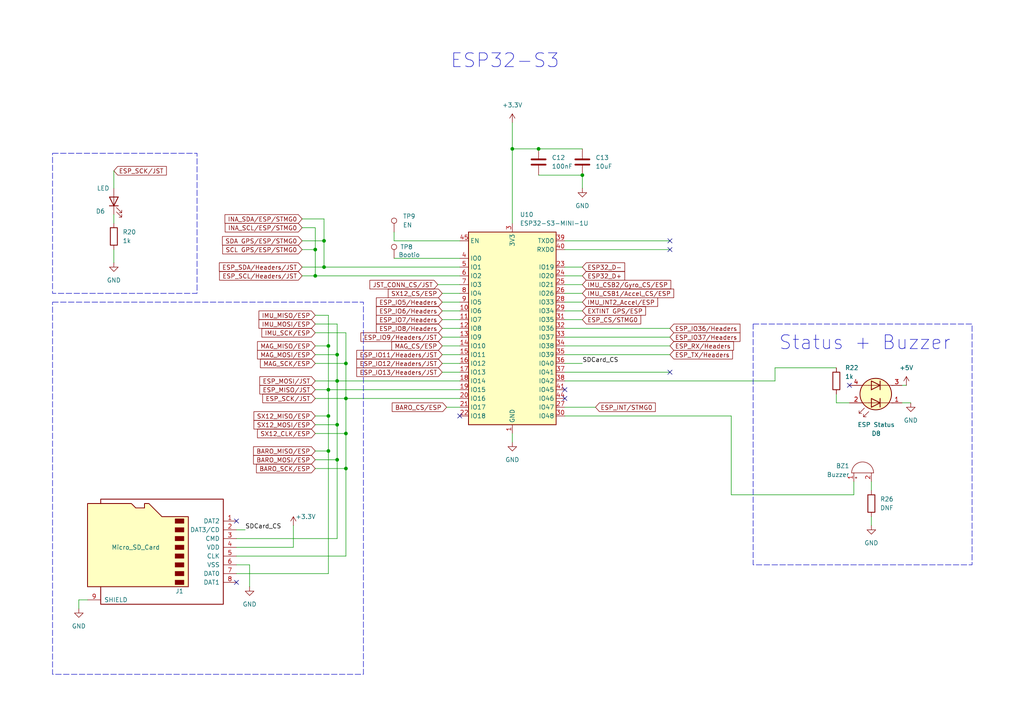
<source format=kicad_sch>
(kicad_sch
	(version 20231120)
	(generator "eeschema")
	(generator_version "8.0")
	(uuid "93705aaa-1b63-4236-9b82-d632e7801fe8")
	(paper "A4")
	(title_block
		(title "General Purpose Avionics")
		(date "2024-03-17")
		(rev "B")
	)
	(lib_symbols
		(symbol "Connector:Micro_SD_Card"
			(pin_names
				(offset 1.016)
			)
			(exclude_from_sim no)
			(in_bom yes)
			(on_board yes)
			(property "Reference" "J"
				(at -16.51 15.24 0)
				(effects
					(font
						(size 1.27 1.27)
					)
				)
			)
			(property "Value" "Micro_SD_Card"
				(at 16.51 15.24 0)
				(effects
					(font
						(size 1.27 1.27)
					)
					(justify right)
				)
			)
			(property "Footprint" ""
				(at 29.21 7.62 0)
				(effects
					(font
						(size 1.27 1.27)
					)
					(hide yes)
				)
			)
			(property "Datasheet" "http://katalog.we-online.de/em/datasheet/693072010801.pdf"
				(at 0 0 0)
				(effects
					(font
						(size 1.27 1.27)
					)
					(hide yes)
				)
			)
			(property "Description" "Micro SD Card Socket"
				(at 0 0 0)
				(effects
					(font
						(size 1.27 1.27)
					)
					(hide yes)
				)
			)
			(property "ki_keywords" "connector SD microsd"
				(at 0 0 0)
				(effects
					(font
						(size 1.27 1.27)
					)
					(hide yes)
				)
			)
			(property "ki_fp_filters" "microSD*"
				(at 0 0 0)
				(effects
					(font
						(size 1.27 1.27)
					)
					(hide yes)
				)
			)
			(symbol "Micro_SD_Card_0_1"
				(rectangle
					(start -7.62 -9.525)
					(end -5.08 -10.795)
					(stroke
						(width 0)
						(type default)
					)
					(fill
						(type outline)
					)
				)
				(rectangle
					(start -7.62 -6.985)
					(end -5.08 -8.255)
					(stroke
						(width 0)
						(type default)
					)
					(fill
						(type outline)
					)
				)
				(rectangle
					(start -7.62 -4.445)
					(end -5.08 -5.715)
					(stroke
						(width 0)
						(type default)
					)
					(fill
						(type outline)
					)
				)
				(rectangle
					(start -7.62 -1.905)
					(end -5.08 -3.175)
					(stroke
						(width 0)
						(type default)
					)
					(fill
						(type outline)
					)
				)
				(rectangle
					(start -7.62 0.635)
					(end -5.08 -0.635)
					(stroke
						(width 0)
						(type default)
					)
					(fill
						(type outline)
					)
				)
				(rectangle
					(start -7.62 3.175)
					(end -5.08 1.905)
					(stroke
						(width 0)
						(type default)
					)
					(fill
						(type outline)
					)
				)
				(rectangle
					(start -7.62 5.715)
					(end -5.08 4.445)
					(stroke
						(width 0)
						(type default)
					)
					(fill
						(type outline)
					)
				)
				(rectangle
					(start -7.62 8.255)
					(end -5.08 6.985)
					(stroke
						(width 0)
						(type default)
					)
					(fill
						(type outline)
					)
				)
				(polyline
					(pts
						(xy 16.51 12.7) (xy 16.51 13.97) (xy -19.05 13.97) (xy -19.05 -16.51) (xy 16.51 -16.51) (xy 16.51 -11.43)
					)
					(stroke
						(width 0.254)
						(type default)
					)
					(fill
						(type none)
					)
				)
				(polyline
					(pts
						(xy -8.89 -11.43) (xy -8.89 8.89) (xy -1.27 8.89) (xy 2.54 12.7) (xy 3.81 12.7) (xy 3.81 11.43)
						(xy 6.35 11.43) (xy 7.62 12.7) (xy 20.32 12.7) (xy 20.32 -11.43) (xy -8.89 -11.43)
					)
					(stroke
						(width 0.254)
						(type default)
					)
					(fill
						(type background)
					)
				)
			)
			(symbol "Micro_SD_Card_1_1"
				(pin bidirectional line
					(at -22.86 7.62 0)
					(length 3.81)
					(name "DAT2"
						(effects
							(font
								(size 1.27 1.27)
							)
						)
					)
					(number "1"
						(effects
							(font
								(size 1.27 1.27)
							)
						)
					)
				)
				(pin bidirectional line
					(at -22.86 5.08 0)
					(length 3.81)
					(name "DAT3/CD"
						(effects
							(font
								(size 1.27 1.27)
							)
						)
					)
					(number "2"
						(effects
							(font
								(size 1.27 1.27)
							)
						)
					)
				)
				(pin input line
					(at -22.86 2.54 0)
					(length 3.81)
					(name "CMD"
						(effects
							(font
								(size 1.27 1.27)
							)
						)
					)
					(number "3"
						(effects
							(font
								(size 1.27 1.27)
							)
						)
					)
				)
				(pin power_in line
					(at -22.86 0 0)
					(length 3.81)
					(name "VDD"
						(effects
							(font
								(size 1.27 1.27)
							)
						)
					)
					(number "4"
						(effects
							(font
								(size 1.27 1.27)
							)
						)
					)
				)
				(pin input line
					(at -22.86 -2.54 0)
					(length 3.81)
					(name "CLK"
						(effects
							(font
								(size 1.27 1.27)
							)
						)
					)
					(number "5"
						(effects
							(font
								(size 1.27 1.27)
							)
						)
					)
				)
				(pin power_in line
					(at -22.86 -5.08 0)
					(length 3.81)
					(name "VSS"
						(effects
							(font
								(size 1.27 1.27)
							)
						)
					)
					(number "6"
						(effects
							(font
								(size 1.27 1.27)
							)
						)
					)
				)
				(pin bidirectional line
					(at -22.86 -7.62 0)
					(length 3.81)
					(name "DAT0"
						(effects
							(font
								(size 1.27 1.27)
							)
						)
					)
					(number "7"
						(effects
							(font
								(size 1.27 1.27)
							)
						)
					)
				)
				(pin bidirectional line
					(at -22.86 -10.16 0)
					(length 3.81)
					(name "DAT1"
						(effects
							(font
								(size 1.27 1.27)
							)
						)
					)
					(number "8"
						(effects
							(font
								(size 1.27 1.27)
							)
						)
					)
				)
				(pin passive line
					(at 20.32 -15.24 180)
					(length 3.81)
					(name "SHIELD"
						(effects
							(font
								(size 1.27 1.27)
							)
						)
					)
					(number "9"
						(effects
							(font
								(size 1.27 1.27)
							)
						)
					)
				)
			)
		)
		(symbol "Connector:TestPoint"
			(pin_numbers hide)
			(pin_names
				(offset 0.762) hide)
			(exclude_from_sim no)
			(in_bom yes)
			(on_board yes)
			(property "Reference" "TP"
				(at 0 6.858 0)
				(effects
					(font
						(size 1.27 1.27)
					)
				)
			)
			(property "Value" "TestPoint"
				(at 0 5.08 0)
				(effects
					(font
						(size 1.27 1.27)
					)
				)
			)
			(property "Footprint" ""
				(at 5.08 0 0)
				(effects
					(font
						(size 1.27 1.27)
					)
					(hide yes)
				)
			)
			(property "Datasheet" "~"
				(at 5.08 0 0)
				(effects
					(font
						(size 1.27 1.27)
					)
					(hide yes)
				)
			)
			(property "Description" "test point"
				(at 0 0 0)
				(effects
					(font
						(size 1.27 1.27)
					)
					(hide yes)
				)
			)
			(property "ki_keywords" "test point tp"
				(at 0 0 0)
				(effects
					(font
						(size 1.27 1.27)
					)
					(hide yes)
				)
			)
			(property "ki_fp_filters" "Pin* Test*"
				(at 0 0 0)
				(effects
					(font
						(size 1.27 1.27)
					)
					(hide yes)
				)
			)
			(symbol "TestPoint_0_1"
				(circle
					(center 0 3.302)
					(radius 0.762)
					(stroke
						(width 0)
						(type default)
					)
					(fill
						(type none)
					)
				)
			)
			(symbol "TestPoint_1_1"
				(pin passive line
					(at 0 0 90)
					(length 2.54)
					(name "1"
						(effects
							(font
								(size 1.27 1.27)
							)
						)
					)
					(number "1"
						(effects
							(font
								(size 1.27 1.27)
							)
						)
					)
				)
			)
		)
		(symbol "Device:Buzzer"
			(pin_names
				(offset 0.0254) hide)
			(exclude_from_sim no)
			(in_bom yes)
			(on_board yes)
			(property "Reference" "BZ"
				(at 3.81 1.27 0)
				(effects
					(font
						(size 1.27 1.27)
					)
					(justify left)
				)
			)
			(property "Value" "Buzzer"
				(at 3.81 -1.27 0)
				(effects
					(font
						(size 1.27 1.27)
					)
					(justify left)
				)
			)
			(property "Footprint" ""
				(at -0.635 2.54 90)
				(effects
					(font
						(size 1.27 1.27)
					)
					(hide yes)
				)
			)
			(property "Datasheet" "~"
				(at -0.635 2.54 90)
				(effects
					(font
						(size 1.27 1.27)
					)
					(hide yes)
				)
			)
			(property "Description" "Buzzer, polarized"
				(at 0 0 0)
				(effects
					(font
						(size 1.27 1.27)
					)
					(hide yes)
				)
			)
			(property "ki_keywords" "quartz resonator ceramic"
				(at 0 0 0)
				(effects
					(font
						(size 1.27 1.27)
					)
					(hide yes)
				)
			)
			(property "ki_fp_filters" "*Buzzer*"
				(at 0 0 0)
				(effects
					(font
						(size 1.27 1.27)
					)
					(hide yes)
				)
			)
			(symbol "Buzzer_0_1"
				(arc
					(start 0 -3.175)
					(mid 3.1612 0)
					(end 0 3.175)
					(stroke
						(width 0)
						(type default)
					)
					(fill
						(type none)
					)
				)
				(polyline
					(pts
						(xy -1.651 1.905) (xy -1.143 1.905)
					)
					(stroke
						(width 0)
						(type default)
					)
					(fill
						(type none)
					)
				)
				(polyline
					(pts
						(xy -1.397 2.159) (xy -1.397 1.651)
					)
					(stroke
						(width 0)
						(type default)
					)
					(fill
						(type none)
					)
				)
				(polyline
					(pts
						(xy 0 3.175) (xy 0 -3.175)
					)
					(stroke
						(width 0)
						(type default)
					)
					(fill
						(type none)
					)
				)
			)
			(symbol "Buzzer_1_1"
				(pin passive line
					(at -2.54 2.54 0)
					(length 2.54)
					(name "+"
						(effects
							(font
								(size 1.27 1.27)
							)
						)
					)
					(number "1"
						(effects
							(font
								(size 1.27 1.27)
							)
						)
					)
				)
				(pin passive line
					(at -2.54 -2.54 0)
					(length 2.54)
					(name "-"
						(effects
							(font
								(size 1.27 1.27)
							)
						)
					)
					(number "2"
						(effects
							(font
								(size 1.27 1.27)
							)
						)
					)
				)
			)
		)
		(symbol "Device:C"
			(pin_numbers hide)
			(pin_names
				(offset 0.254)
			)
			(exclude_from_sim no)
			(in_bom yes)
			(on_board yes)
			(property "Reference" "C"
				(at 0.635 2.54 0)
				(effects
					(font
						(size 1.27 1.27)
					)
					(justify left)
				)
			)
			(property "Value" "C"
				(at 0.635 -2.54 0)
				(effects
					(font
						(size 1.27 1.27)
					)
					(justify left)
				)
			)
			(property "Footprint" ""
				(at 0.9652 -3.81 0)
				(effects
					(font
						(size 1.27 1.27)
					)
					(hide yes)
				)
			)
			(property "Datasheet" "~"
				(at 0 0 0)
				(effects
					(font
						(size 1.27 1.27)
					)
					(hide yes)
				)
			)
			(property "Description" "Unpolarized capacitor"
				(at 0 0 0)
				(effects
					(font
						(size 1.27 1.27)
					)
					(hide yes)
				)
			)
			(property "ki_keywords" "cap capacitor"
				(at 0 0 0)
				(effects
					(font
						(size 1.27 1.27)
					)
					(hide yes)
				)
			)
			(property "ki_fp_filters" "C_*"
				(at 0 0 0)
				(effects
					(font
						(size 1.27 1.27)
					)
					(hide yes)
				)
			)
			(symbol "C_0_1"
				(polyline
					(pts
						(xy -2.032 -0.762) (xy 2.032 -0.762)
					)
					(stroke
						(width 0.508)
						(type default)
					)
					(fill
						(type none)
					)
				)
				(polyline
					(pts
						(xy -2.032 0.762) (xy 2.032 0.762)
					)
					(stroke
						(width 0.508)
						(type default)
					)
					(fill
						(type none)
					)
				)
			)
			(symbol "C_1_1"
				(pin passive line
					(at 0 3.81 270)
					(length 2.794)
					(name "~"
						(effects
							(font
								(size 1.27 1.27)
							)
						)
					)
					(number "1"
						(effects
							(font
								(size 1.27 1.27)
							)
						)
					)
				)
				(pin passive line
					(at 0 -3.81 90)
					(length 2.794)
					(name "~"
						(effects
							(font
								(size 1.27 1.27)
							)
						)
					)
					(number "2"
						(effects
							(font
								(size 1.27 1.27)
							)
						)
					)
				)
			)
		)
		(symbol "Device:LED"
			(pin_numbers hide)
			(pin_names
				(offset 1.016) hide)
			(exclude_from_sim no)
			(in_bom yes)
			(on_board yes)
			(property "Reference" "D"
				(at 0 2.54 0)
				(effects
					(font
						(size 1.27 1.27)
					)
				)
			)
			(property "Value" "LED"
				(at 0 -2.54 0)
				(effects
					(font
						(size 1.27 1.27)
					)
				)
			)
			(property "Footprint" ""
				(at 0 0 0)
				(effects
					(font
						(size 1.27 1.27)
					)
					(hide yes)
				)
			)
			(property "Datasheet" "~"
				(at 0 0 0)
				(effects
					(font
						(size 1.27 1.27)
					)
					(hide yes)
				)
			)
			(property "Description" "Light emitting diode"
				(at 0 0 0)
				(effects
					(font
						(size 1.27 1.27)
					)
					(hide yes)
				)
			)
			(property "ki_keywords" "LED diode"
				(at 0 0 0)
				(effects
					(font
						(size 1.27 1.27)
					)
					(hide yes)
				)
			)
			(property "ki_fp_filters" "LED* LED_SMD:* LED_THT:*"
				(at 0 0 0)
				(effects
					(font
						(size 1.27 1.27)
					)
					(hide yes)
				)
			)
			(symbol "LED_0_1"
				(polyline
					(pts
						(xy -1.27 -1.27) (xy -1.27 1.27)
					)
					(stroke
						(width 0.254)
						(type default)
					)
					(fill
						(type none)
					)
				)
				(polyline
					(pts
						(xy -1.27 0) (xy 1.27 0)
					)
					(stroke
						(width 0)
						(type default)
					)
					(fill
						(type none)
					)
				)
				(polyline
					(pts
						(xy 1.27 -1.27) (xy 1.27 1.27) (xy -1.27 0) (xy 1.27 -1.27)
					)
					(stroke
						(width 0.254)
						(type default)
					)
					(fill
						(type none)
					)
				)
				(polyline
					(pts
						(xy -3.048 -0.762) (xy -4.572 -2.286) (xy -3.81 -2.286) (xy -4.572 -2.286) (xy -4.572 -1.524)
					)
					(stroke
						(width 0)
						(type default)
					)
					(fill
						(type none)
					)
				)
				(polyline
					(pts
						(xy -1.778 -0.762) (xy -3.302 -2.286) (xy -2.54 -2.286) (xy -3.302 -2.286) (xy -3.302 -1.524)
					)
					(stroke
						(width 0)
						(type default)
					)
					(fill
						(type none)
					)
				)
			)
			(symbol "LED_1_1"
				(pin passive line
					(at -3.81 0 0)
					(length 2.54)
					(name "K"
						(effects
							(font
								(size 1.27 1.27)
							)
						)
					)
					(number "1"
						(effects
							(font
								(size 1.27 1.27)
							)
						)
					)
				)
				(pin passive line
					(at 3.81 0 180)
					(length 2.54)
					(name "A"
						(effects
							(font
								(size 1.27 1.27)
							)
						)
					)
					(number "2"
						(effects
							(font
								(size 1.27 1.27)
							)
						)
					)
				)
			)
		)
		(symbol "Device:LED_Dual_KAKA"
			(pin_names
				(offset 0) hide)
			(exclude_from_sim no)
			(in_bom yes)
			(on_board yes)
			(property "Reference" "D"
				(at 0 5.715 0)
				(effects
					(font
						(size 1.27 1.27)
					)
				)
			)
			(property "Value" "LED_Dual_KAKA"
				(at 0 -6.35 0)
				(effects
					(font
						(size 1.27 1.27)
					)
				)
			)
			(property "Footprint" ""
				(at 0.762 0 0)
				(effects
					(font
						(size 1.27 1.27)
					)
					(hide yes)
				)
			)
			(property "Datasheet" "~"
				(at 0.762 0 0)
				(effects
					(font
						(size 1.27 1.27)
					)
					(hide yes)
				)
			)
			(property "Description" "Dual LED, cathodes on pins 1 and 3"
				(at 0 0 0)
				(effects
					(font
						(size 1.27 1.27)
					)
					(hide yes)
				)
			)
			(property "ki_keywords" "LED diode bicolor dual"
				(at 0 0 0)
				(effects
					(font
						(size 1.27 1.27)
					)
					(hide yes)
				)
			)
			(property "ki_fp_filters" "LED* LED_SMD:* LED_THT:*"
				(at 0 0 0)
				(effects
					(font
						(size 1.27 1.27)
					)
					(hide yes)
				)
			)
			(symbol "LED_Dual_KAKA_0_1"
				(polyline
					(pts
						(xy -5.08 -2.54) (xy 2.032 -2.54)
					)
					(stroke
						(width 0)
						(type default)
					)
					(fill
						(type none)
					)
				)
				(polyline
					(pts
						(xy -5.08 2.54) (xy 2.032 2.54)
					)
					(stroke
						(width 0)
						(type default)
					)
					(fill
						(type none)
					)
				)
				(polyline
					(pts
						(xy -1.27 -1.27) (xy -1.27 -3.81)
					)
					(stroke
						(width 0.254)
						(type default)
					)
					(fill
						(type none)
					)
				)
				(polyline
					(pts
						(xy -1.27 3.81) (xy -1.27 1.27)
					)
					(stroke
						(width 0.254)
						(type default)
					)
					(fill
						(type none)
					)
				)
				(polyline
					(pts
						(xy 3.81 -2.54) (xy 1.905 -2.54)
					)
					(stroke
						(width 0)
						(type default)
					)
					(fill
						(type none)
					)
				)
				(polyline
					(pts
						(xy 3.81 2.54) (xy 1.905 2.54)
					)
					(stroke
						(width 0)
						(type default)
					)
					(fill
						(type none)
					)
				)
				(polyline
					(pts
						(xy 1.27 -1.27) (xy 1.27 -3.81) (xy -1.27 -2.54) (xy 1.27 -1.27)
					)
					(stroke
						(width 0.254)
						(type default)
					)
					(fill
						(type none)
					)
				)
				(polyline
					(pts
						(xy 1.27 3.81) (xy 1.27 1.27) (xy -1.27 2.54) (xy 1.27 3.81)
					)
					(stroke
						(width 0.254)
						(type default)
					)
					(fill
						(type none)
					)
				)
				(polyline
					(pts
						(xy 2.032 5.08) (xy 3.556 6.604) (xy 2.794 6.604) (xy 3.556 6.604) (xy 3.556 5.842)
					)
					(stroke
						(width 0)
						(type default)
					)
					(fill
						(type none)
					)
				)
				(polyline
					(pts
						(xy 3.302 4.064) (xy 4.826 5.588) (xy 4.064 5.588) (xy 4.826 5.588) (xy 4.826 4.826)
					)
					(stroke
						(width 0)
						(type default)
					)
					(fill
						(type none)
					)
				)
				(circle
					(center 0 0)
					(radius 4.572)
					(stroke
						(width 0.254)
						(type default)
					)
					(fill
						(type background)
					)
				)
			)
			(symbol "LED_Dual_KAKA_1_1"
				(pin input line
					(at -7.62 2.54 0)
					(length 3.048)
					(name "A1"
						(effects
							(font
								(size 1.27 1.27)
							)
						)
					)
					(number "1"
						(effects
							(font
								(size 1.27 1.27)
							)
						)
					)
				)
				(pin input line
					(at 7.62 2.54 180)
					(length 3.81)
					(name "K1"
						(effects
							(font
								(size 1.27 1.27)
							)
						)
					)
					(number "2"
						(effects
							(font
								(size 1.27 1.27)
							)
						)
					)
				)
				(pin input line
					(at -7.62 -2.54 0)
					(length 3.048)
					(name "A2"
						(effects
							(font
								(size 1.27 1.27)
							)
						)
					)
					(number "3"
						(effects
							(font
								(size 1.27 1.27)
							)
						)
					)
				)
				(pin input line
					(at 7.62 -2.54 180)
					(length 3.81)
					(name "K2"
						(effects
							(font
								(size 1.27 1.27)
							)
						)
					)
					(number "4"
						(effects
							(font
								(size 1.27 1.27)
							)
						)
					)
				)
			)
		)
		(symbol "Device:R"
			(pin_numbers hide)
			(pin_names
				(offset 0)
			)
			(exclude_from_sim no)
			(in_bom yes)
			(on_board yes)
			(property "Reference" "R"
				(at 2.032 0 90)
				(effects
					(font
						(size 1.27 1.27)
					)
				)
			)
			(property "Value" "R"
				(at 0 0 90)
				(effects
					(font
						(size 1.27 1.27)
					)
				)
			)
			(property "Footprint" ""
				(at -1.778 0 90)
				(effects
					(font
						(size 1.27 1.27)
					)
					(hide yes)
				)
			)
			(property "Datasheet" "~"
				(at 0 0 0)
				(effects
					(font
						(size 1.27 1.27)
					)
					(hide yes)
				)
			)
			(property "Description" "Resistor"
				(at 0 0 0)
				(effects
					(font
						(size 1.27 1.27)
					)
					(hide yes)
				)
			)
			(property "ki_keywords" "R res resistor"
				(at 0 0 0)
				(effects
					(font
						(size 1.27 1.27)
					)
					(hide yes)
				)
			)
			(property "ki_fp_filters" "R_*"
				(at 0 0 0)
				(effects
					(font
						(size 1.27 1.27)
					)
					(hide yes)
				)
			)
			(symbol "R_0_1"
				(rectangle
					(start -1.016 -2.54)
					(end 1.016 2.54)
					(stroke
						(width 0.254)
						(type default)
					)
					(fill
						(type none)
					)
				)
			)
			(symbol "R_1_1"
				(pin passive line
					(at 0 3.81 270)
					(length 1.27)
					(name "~"
						(effects
							(font
								(size 1.27 1.27)
							)
						)
					)
					(number "1"
						(effects
							(font
								(size 1.27 1.27)
							)
						)
					)
				)
				(pin passive line
					(at 0 -3.81 90)
					(length 1.27)
					(name "~"
						(effects
							(font
								(size 1.27 1.27)
							)
						)
					)
					(number "2"
						(effects
							(font
								(size 1.27 1.27)
							)
						)
					)
				)
			)
		)
		(symbol "MCU_Espressif:ESP32-S3-MINI-1U"
			(exclude_from_sim no)
			(in_bom yes)
			(on_board yes)
			(property "Reference" "U"
				(at -11.43 29.21 0)
				(effects
					(font
						(size 1.27 1.27)
					)
				)
			)
			(property "Value" "ESP32-S3-MINI-1U"
				(at 12.7 29.21 0)
				(effects
					(font
						(size 1.27 1.27)
					)
				)
			)
			(property "Footprint" "RF_Module:ESP32-S2-MINI-1U"
				(at 0 2.54 0)
				(effects
					(font
						(size 1.27 1.27)
					)
					(hide yes)
				)
			)
			(property "Datasheet" "https://www.espressif.com/sites/default/files/documentation/esp32-s3-mini-1_mini-1u_datasheet_en.pdf"
				(at 0 0 0)
				(effects
					(font
						(size 1.27 1.27)
					)
					(hide yes)
				)
			)
			(property "Description" "RF Module, ESP32-S3 SoC, Wi-Fi 802.11b/g/n, Bluetooth, BLE, 32-bit, 3.3V, SMD, external antenna"
				(at 0 0 0)
				(effects
					(font
						(size 1.27 1.27)
					)
					(hide yes)
				)
			)
			(property "ki_keywords" "RF Radio BT ESP ESP32-S3 Espressif"
				(at 0 0 0)
				(effects
					(font
						(size 1.27 1.27)
					)
					(hide yes)
				)
			)
			(property "ki_fp_filters" "ESP32?S*MINI?1U"
				(at 0 0 0)
				(effects
					(font
						(size 1.27 1.27)
					)
					(hide yes)
				)
			)
			(symbol "ESP32-S3-MINI-1U_0_1"
				(rectangle
					(start -12.7 27.94)
					(end 12.7 -27.94)
					(stroke
						(width 0.254)
						(type default)
					)
					(fill
						(type background)
					)
				)
			)
			(symbol "ESP32-S3-MINI-1U_1_1"
				(pin power_in line
					(at 0 -30.48 90)
					(length 2.54)
					(name "GND"
						(effects
							(font
								(size 1.27 1.27)
							)
						)
					)
					(number "1"
						(effects
							(font
								(size 1.27 1.27)
							)
						)
					)
				)
				(pin bidirectional line
					(at -15.24 5.08 0)
					(length 2.54)
					(name "IO6"
						(effects
							(font
								(size 1.27 1.27)
							)
						)
					)
					(number "10"
						(effects
							(font
								(size 1.27 1.27)
							)
						)
					)
				)
				(pin bidirectional line
					(at -15.24 2.54 0)
					(length 2.54)
					(name "IO7"
						(effects
							(font
								(size 1.27 1.27)
							)
						)
					)
					(number "11"
						(effects
							(font
								(size 1.27 1.27)
							)
						)
					)
				)
				(pin bidirectional line
					(at -15.24 0 0)
					(length 2.54)
					(name "IO8"
						(effects
							(font
								(size 1.27 1.27)
							)
						)
					)
					(number "12"
						(effects
							(font
								(size 1.27 1.27)
							)
						)
					)
				)
				(pin bidirectional line
					(at -15.24 -2.54 0)
					(length 2.54)
					(name "IO9"
						(effects
							(font
								(size 1.27 1.27)
							)
						)
					)
					(number "13"
						(effects
							(font
								(size 1.27 1.27)
							)
						)
					)
				)
				(pin bidirectional line
					(at -15.24 -5.08 0)
					(length 2.54)
					(name "IO10"
						(effects
							(font
								(size 1.27 1.27)
							)
						)
					)
					(number "14"
						(effects
							(font
								(size 1.27 1.27)
							)
						)
					)
				)
				(pin bidirectional line
					(at -15.24 -7.62 0)
					(length 2.54)
					(name "IO11"
						(effects
							(font
								(size 1.27 1.27)
							)
						)
					)
					(number "15"
						(effects
							(font
								(size 1.27 1.27)
							)
						)
					)
				)
				(pin bidirectional line
					(at -15.24 -10.16 0)
					(length 2.54)
					(name "IO12"
						(effects
							(font
								(size 1.27 1.27)
							)
						)
					)
					(number "16"
						(effects
							(font
								(size 1.27 1.27)
							)
						)
					)
				)
				(pin bidirectional line
					(at -15.24 -12.7 0)
					(length 2.54)
					(name "IO13"
						(effects
							(font
								(size 1.27 1.27)
							)
						)
					)
					(number "17"
						(effects
							(font
								(size 1.27 1.27)
							)
						)
					)
				)
				(pin bidirectional line
					(at -15.24 -15.24 0)
					(length 2.54)
					(name "IO14"
						(effects
							(font
								(size 1.27 1.27)
							)
						)
					)
					(number "18"
						(effects
							(font
								(size 1.27 1.27)
							)
						)
					)
				)
				(pin bidirectional line
					(at -15.24 -17.78 0)
					(length 2.54)
					(name "IO15"
						(effects
							(font
								(size 1.27 1.27)
							)
						)
					)
					(number "19"
						(effects
							(font
								(size 1.27 1.27)
							)
						)
					)
				)
				(pin passive line
					(at 0 -30.48 90)
					(length 2.54) hide
					(name "GND"
						(effects
							(font
								(size 1.27 1.27)
							)
						)
					)
					(number "2"
						(effects
							(font
								(size 1.27 1.27)
							)
						)
					)
				)
				(pin bidirectional line
					(at -15.24 -20.32 0)
					(length 2.54)
					(name "IO16"
						(effects
							(font
								(size 1.27 1.27)
							)
						)
					)
					(number "20"
						(effects
							(font
								(size 1.27 1.27)
							)
						)
					)
				)
				(pin bidirectional line
					(at -15.24 -22.86 0)
					(length 2.54)
					(name "IO17"
						(effects
							(font
								(size 1.27 1.27)
							)
						)
					)
					(number "21"
						(effects
							(font
								(size 1.27 1.27)
							)
						)
					)
				)
				(pin bidirectional line
					(at -15.24 -25.4 0)
					(length 2.54)
					(name "IO18"
						(effects
							(font
								(size 1.27 1.27)
							)
						)
					)
					(number "22"
						(effects
							(font
								(size 1.27 1.27)
							)
						)
					)
				)
				(pin bidirectional line
					(at 15.24 17.78 180)
					(length 2.54)
					(name "IO19"
						(effects
							(font
								(size 1.27 1.27)
							)
						)
					)
					(number "23"
						(effects
							(font
								(size 1.27 1.27)
							)
						)
					)
				)
				(pin bidirectional line
					(at 15.24 15.24 180)
					(length 2.54)
					(name "IO20"
						(effects
							(font
								(size 1.27 1.27)
							)
						)
					)
					(number "24"
						(effects
							(font
								(size 1.27 1.27)
							)
						)
					)
				)
				(pin bidirectional line
					(at 15.24 12.7 180)
					(length 2.54)
					(name "IO21"
						(effects
							(font
								(size 1.27 1.27)
							)
						)
					)
					(number "25"
						(effects
							(font
								(size 1.27 1.27)
							)
						)
					)
				)
				(pin bidirectional line
					(at 15.24 10.16 180)
					(length 2.54)
					(name "IO26"
						(effects
							(font
								(size 1.27 1.27)
							)
						)
					)
					(number "26"
						(effects
							(font
								(size 1.27 1.27)
							)
						)
					)
				)
				(pin bidirectional line
					(at 15.24 -22.86 180)
					(length 2.54)
					(name "IO47"
						(effects
							(font
								(size 1.27 1.27)
							)
						)
					)
					(number "27"
						(effects
							(font
								(size 1.27 1.27)
							)
						)
					)
				)
				(pin bidirectional line
					(at 15.24 7.62 180)
					(length 2.54)
					(name "IO33"
						(effects
							(font
								(size 1.27 1.27)
							)
						)
					)
					(number "28"
						(effects
							(font
								(size 1.27 1.27)
							)
						)
					)
				)
				(pin bidirectional line
					(at 15.24 5.08 180)
					(length 2.54)
					(name "IO34"
						(effects
							(font
								(size 1.27 1.27)
							)
						)
					)
					(number "29"
						(effects
							(font
								(size 1.27 1.27)
							)
						)
					)
				)
				(pin power_in line
					(at 0 30.48 270)
					(length 2.54)
					(name "3V3"
						(effects
							(font
								(size 1.27 1.27)
							)
						)
					)
					(number "3"
						(effects
							(font
								(size 1.27 1.27)
							)
						)
					)
				)
				(pin bidirectional line
					(at 15.24 -25.4 180)
					(length 2.54)
					(name "IO48"
						(effects
							(font
								(size 1.27 1.27)
							)
						)
					)
					(number "30"
						(effects
							(font
								(size 1.27 1.27)
							)
						)
					)
				)
				(pin bidirectional line
					(at 15.24 2.54 180)
					(length 2.54)
					(name "IO35"
						(effects
							(font
								(size 1.27 1.27)
							)
						)
					)
					(number "31"
						(effects
							(font
								(size 1.27 1.27)
							)
						)
					)
				)
				(pin bidirectional line
					(at 15.24 0 180)
					(length 2.54)
					(name "IO36"
						(effects
							(font
								(size 1.27 1.27)
							)
						)
					)
					(number "32"
						(effects
							(font
								(size 1.27 1.27)
							)
						)
					)
				)
				(pin bidirectional line
					(at 15.24 -2.54 180)
					(length 2.54)
					(name "IO37"
						(effects
							(font
								(size 1.27 1.27)
							)
						)
					)
					(number "33"
						(effects
							(font
								(size 1.27 1.27)
							)
						)
					)
				)
				(pin bidirectional line
					(at 15.24 -5.08 180)
					(length 2.54)
					(name "IO38"
						(effects
							(font
								(size 1.27 1.27)
							)
						)
					)
					(number "34"
						(effects
							(font
								(size 1.27 1.27)
							)
						)
					)
				)
				(pin bidirectional line
					(at 15.24 -7.62 180)
					(length 2.54)
					(name "IO39"
						(effects
							(font
								(size 1.27 1.27)
							)
						)
					)
					(number "35"
						(effects
							(font
								(size 1.27 1.27)
							)
						)
					)
				)
				(pin bidirectional line
					(at 15.24 -10.16 180)
					(length 2.54)
					(name "IO40"
						(effects
							(font
								(size 1.27 1.27)
							)
						)
					)
					(number "36"
						(effects
							(font
								(size 1.27 1.27)
							)
						)
					)
				)
				(pin bidirectional line
					(at 15.24 -12.7 180)
					(length 2.54)
					(name "IO41"
						(effects
							(font
								(size 1.27 1.27)
							)
						)
					)
					(number "37"
						(effects
							(font
								(size 1.27 1.27)
							)
						)
					)
				)
				(pin bidirectional line
					(at 15.24 -15.24 180)
					(length 2.54)
					(name "IO42"
						(effects
							(font
								(size 1.27 1.27)
							)
						)
					)
					(number "38"
						(effects
							(font
								(size 1.27 1.27)
							)
						)
					)
				)
				(pin bidirectional line
					(at 15.24 25.4 180)
					(length 2.54)
					(name "TXD0"
						(effects
							(font
								(size 1.27 1.27)
							)
						)
					)
					(number "39"
						(effects
							(font
								(size 1.27 1.27)
							)
						)
					)
				)
				(pin bidirectional line
					(at -15.24 20.32 0)
					(length 2.54)
					(name "IO0"
						(effects
							(font
								(size 1.27 1.27)
							)
						)
					)
					(number "4"
						(effects
							(font
								(size 1.27 1.27)
							)
						)
					)
				)
				(pin bidirectional line
					(at 15.24 22.86 180)
					(length 2.54)
					(name "RXD0"
						(effects
							(font
								(size 1.27 1.27)
							)
						)
					)
					(number "40"
						(effects
							(font
								(size 1.27 1.27)
							)
						)
					)
				)
				(pin bidirectional line
					(at 15.24 -17.78 180)
					(length 2.54)
					(name "IO45"
						(effects
							(font
								(size 1.27 1.27)
							)
						)
					)
					(number "41"
						(effects
							(font
								(size 1.27 1.27)
							)
						)
					)
				)
				(pin passive line
					(at 0 -30.48 90)
					(length 2.54) hide
					(name "GND"
						(effects
							(font
								(size 1.27 1.27)
							)
						)
					)
					(number "42"
						(effects
							(font
								(size 1.27 1.27)
							)
						)
					)
				)
				(pin passive line
					(at 0 -30.48 90)
					(length 2.54) hide
					(name "GND"
						(effects
							(font
								(size 1.27 1.27)
							)
						)
					)
					(number "43"
						(effects
							(font
								(size 1.27 1.27)
							)
						)
					)
				)
				(pin bidirectional line
					(at 15.24 -20.32 180)
					(length 2.54)
					(name "IO46"
						(effects
							(font
								(size 1.27 1.27)
							)
						)
					)
					(number "44"
						(effects
							(font
								(size 1.27 1.27)
							)
						)
					)
				)
				(pin input line
					(at -15.24 25.4 0)
					(length 2.54)
					(name "EN"
						(effects
							(font
								(size 1.27 1.27)
							)
						)
					)
					(number "45"
						(effects
							(font
								(size 1.27 1.27)
							)
						)
					)
				)
				(pin passive line
					(at 0 -30.48 90)
					(length 2.54) hide
					(name "GND"
						(effects
							(font
								(size 1.27 1.27)
							)
						)
					)
					(number "46"
						(effects
							(font
								(size 1.27 1.27)
							)
						)
					)
				)
				(pin passive line
					(at 0 -30.48 90)
					(length 2.54) hide
					(name "GND"
						(effects
							(font
								(size 1.27 1.27)
							)
						)
					)
					(number "47"
						(effects
							(font
								(size 1.27 1.27)
							)
						)
					)
				)
				(pin passive line
					(at 0 -30.48 90)
					(length 2.54) hide
					(name "GND"
						(effects
							(font
								(size 1.27 1.27)
							)
						)
					)
					(number "48"
						(effects
							(font
								(size 1.27 1.27)
							)
						)
					)
				)
				(pin passive line
					(at 0 -30.48 90)
					(length 2.54) hide
					(name "GND"
						(effects
							(font
								(size 1.27 1.27)
							)
						)
					)
					(number "49"
						(effects
							(font
								(size 1.27 1.27)
							)
						)
					)
				)
				(pin bidirectional line
					(at -15.24 17.78 0)
					(length 2.54)
					(name "IO1"
						(effects
							(font
								(size 1.27 1.27)
							)
						)
					)
					(number "5"
						(effects
							(font
								(size 1.27 1.27)
							)
						)
					)
				)
				(pin passive line
					(at 0 -30.48 90)
					(length 2.54) hide
					(name "GND"
						(effects
							(font
								(size 1.27 1.27)
							)
						)
					)
					(number "50"
						(effects
							(font
								(size 1.27 1.27)
							)
						)
					)
				)
				(pin passive line
					(at 0 -30.48 90)
					(length 2.54) hide
					(name "GND"
						(effects
							(font
								(size 1.27 1.27)
							)
						)
					)
					(number "51"
						(effects
							(font
								(size 1.27 1.27)
							)
						)
					)
				)
				(pin passive line
					(at 0 -30.48 90)
					(length 2.54) hide
					(name "GND"
						(effects
							(font
								(size 1.27 1.27)
							)
						)
					)
					(number "52"
						(effects
							(font
								(size 1.27 1.27)
							)
						)
					)
				)
				(pin passive line
					(at 0 -30.48 90)
					(length 2.54) hide
					(name "GND"
						(effects
							(font
								(size 1.27 1.27)
							)
						)
					)
					(number "53"
						(effects
							(font
								(size 1.27 1.27)
							)
						)
					)
				)
				(pin passive line
					(at 0 -30.48 90)
					(length 2.54) hide
					(name "GND"
						(effects
							(font
								(size 1.27 1.27)
							)
						)
					)
					(number "54"
						(effects
							(font
								(size 1.27 1.27)
							)
						)
					)
				)
				(pin passive line
					(at 0 -30.48 90)
					(length 2.54) hide
					(name "GND"
						(effects
							(font
								(size 1.27 1.27)
							)
						)
					)
					(number "55"
						(effects
							(font
								(size 1.27 1.27)
							)
						)
					)
				)
				(pin passive line
					(at 0 -30.48 90)
					(length 2.54) hide
					(name "GND"
						(effects
							(font
								(size 1.27 1.27)
							)
						)
					)
					(number "56"
						(effects
							(font
								(size 1.27 1.27)
							)
						)
					)
				)
				(pin passive line
					(at 0 -30.48 90)
					(length 2.54) hide
					(name "GND"
						(effects
							(font
								(size 1.27 1.27)
							)
						)
					)
					(number "57"
						(effects
							(font
								(size 1.27 1.27)
							)
						)
					)
				)
				(pin passive line
					(at 0 -30.48 90)
					(length 2.54) hide
					(name "GND"
						(effects
							(font
								(size 1.27 1.27)
							)
						)
					)
					(number "58"
						(effects
							(font
								(size 1.27 1.27)
							)
						)
					)
				)
				(pin passive line
					(at 0 -30.48 90)
					(length 2.54) hide
					(name "GND"
						(effects
							(font
								(size 1.27 1.27)
							)
						)
					)
					(number "59"
						(effects
							(font
								(size 1.27 1.27)
							)
						)
					)
				)
				(pin bidirectional line
					(at -15.24 15.24 0)
					(length 2.54)
					(name "IO2"
						(effects
							(font
								(size 1.27 1.27)
							)
						)
					)
					(number "6"
						(effects
							(font
								(size 1.27 1.27)
							)
						)
					)
				)
				(pin passive line
					(at 0 -30.48 90)
					(length 2.54) hide
					(name "GND"
						(effects
							(font
								(size 1.27 1.27)
							)
						)
					)
					(number "60"
						(effects
							(font
								(size 1.27 1.27)
							)
						)
					)
				)
				(pin passive line
					(at 0 -30.48 90)
					(length 2.54) hide
					(name "GND"
						(effects
							(font
								(size 1.27 1.27)
							)
						)
					)
					(number "61"
						(effects
							(font
								(size 1.27 1.27)
							)
						)
					)
				)
				(pin passive line
					(at 0 -30.48 90)
					(length 2.54) hide
					(name "GND"
						(effects
							(font
								(size 1.27 1.27)
							)
						)
					)
					(number "62"
						(effects
							(font
								(size 1.27 1.27)
							)
						)
					)
				)
				(pin passive line
					(at 0 -30.48 90)
					(length 2.54) hide
					(name "GND"
						(effects
							(font
								(size 1.27 1.27)
							)
						)
					)
					(number "63"
						(effects
							(font
								(size 1.27 1.27)
							)
						)
					)
				)
				(pin passive line
					(at 0 -30.48 90)
					(length 2.54) hide
					(name "GND"
						(effects
							(font
								(size 1.27 1.27)
							)
						)
					)
					(number "64"
						(effects
							(font
								(size 1.27 1.27)
							)
						)
					)
				)
				(pin passive line
					(at 0 -30.48 90)
					(length 2.54) hide
					(name "GND"
						(effects
							(font
								(size 1.27 1.27)
							)
						)
					)
					(number "65"
						(effects
							(font
								(size 1.27 1.27)
							)
						)
					)
				)
				(pin bidirectional line
					(at -15.24 12.7 0)
					(length 2.54)
					(name "IO3"
						(effects
							(font
								(size 1.27 1.27)
							)
						)
					)
					(number "7"
						(effects
							(font
								(size 1.27 1.27)
							)
						)
					)
				)
				(pin bidirectional line
					(at -15.24 10.16 0)
					(length 2.54)
					(name "IO4"
						(effects
							(font
								(size 1.27 1.27)
							)
						)
					)
					(number "8"
						(effects
							(font
								(size 1.27 1.27)
							)
						)
					)
				)
				(pin bidirectional line
					(at -15.24 7.62 0)
					(length 2.54)
					(name "IO5"
						(effects
							(font
								(size 1.27 1.27)
							)
						)
					)
					(number "9"
						(effects
							(font
								(size 1.27 1.27)
							)
						)
					)
				)
			)
		)
		(symbol "power:+3.3V"
			(power)
			(pin_numbers hide)
			(pin_names
				(offset 0) hide)
			(exclude_from_sim no)
			(in_bom yes)
			(on_board yes)
			(property "Reference" "#PWR"
				(at 0 -3.81 0)
				(effects
					(font
						(size 1.27 1.27)
					)
					(hide yes)
				)
			)
			(property "Value" "+3.3V"
				(at 0 3.556 0)
				(effects
					(font
						(size 1.27 1.27)
					)
				)
			)
			(property "Footprint" ""
				(at 0 0 0)
				(effects
					(font
						(size 1.27 1.27)
					)
					(hide yes)
				)
			)
			(property "Datasheet" ""
				(at 0 0 0)
				(effects
					(font
						(size 1.27 1.27)
					)
					(hide yes)
				)
			)
			(property "Description" "Power symbol creates a global label with name \"+3.3V\""
				(at 0 0 0)
				(effects
					(font
						(size 1.27 1.27)
					)
					(hide yes)
				)
			)
			(property "ki_keywords" "global power"
				(at 0 0 0)
				(effects
					(font
						(size 1.27 1.27)
					)
					(hide yes)
				)
			)
			(symbol "+3.3V_0_1"
				(polyline
					(pts
						(xy -0.762 1.27) (xy 0 2.54)
					)
					(stroke
						(width 0)
						(type default)
					)
					(fill
						(type none)
					)
				)
				(polyline
					(pts
						(xy 0 0) (xy 0 2.54)
					)
					(stroke
						(width 0)
						(type default)
					)
					(fill
						(type none)
					)
				)
				(polyline
					(pts
						(xy 0 2.54) (xy 0.762 1.27)
					)
					(stroke
						(width 0)
						(type default)
					)
					(fill
						(type none)
					)
				)
			)
			(symbol "+3.3V_1_1"
				(pin power_in line
					(at 0 0 90)
					(length 0)
					(name "~"
						(effects
							(font
								(size 1.27 1.27)
							)
						)
					)
					(number "1"
						(effects
							(font
								(size 1.27 1.27)
							)
						)
					)
				)
			)
		)
		(symbol "power:+5V"
			(power)
			(pin_numbers hide)
			(pin_names
				(offset 0) hide)
			(exclude_from_sim no)
			(in_bom yes)
			(on_board yes)
			(property "Reference" "#PWR"
				(at 0 -3.81 0)
				(effects
					(font
						(size 1.27 1.27)
					)
					(hide yes)
				)
			)
			(property "Value" "+5V"
				(at 0 3.556 0)
				(effects
					(font
						(size 1.27 1.27)
					)
				)
			)
			(property "Footprint" ""
				(at 0 0 0)
				(effects
					(font
						(size 1.27 1.27)
					)
					(hide yes)
				)
			)
			(property "Datasheet" ""
				(at 0 0 0)
				(effects
					(font
						(size 1.27 1.27)
					)
					(hide yes)
				)
			)
			(property "Description" "Power symbol creates a global label with name \"+5V\""
				(at 0 0 0)
				(effects
					(font
						(size 1.27 1.27)
					)
					(hide yes)
				)
			)
			(property "ki_keywords" "global power"
				(at 0 0 0)
				(effects
					(font
						(size 1.27 1.27)
					)
					(hide yes)
				)
			)
			(symbol "+5V_0_1"
				(polyline
					(pts
						(xy -0.762 1.27) (xy 0 2.54)
					)
					(stroke
						(width 0)
						(type default)
					)
					(fill
						(type none)
					)
				)
				(polyline
					(pts
						(xy 0 0) (xy 0 2.54)
					)
					(stroke
						(width 0)
						(type default)
					)
					(fill
						(type none)
					)
				)
				(polyline
					(pts
						(xy 0 2.54) (xy 0.762 1.27)
					)
					(stroke
						(width 0)
						(type default)
					)
					(fill
						(type none)
					)
				)
			)
			(symbol "+5V_1_1"
				(pin power_in line
					(at 0 0 90)
					(length 0)
					(name "~"
						(effects
							(font
								(size 1.27 1.27)
							)
						)
					)
					(number "1"
						(effects
							(font
								(size 1.27 1.27)
							)
						)
					)
				)
			)
		)
		(symbol "power:GND"
			(power)
			(pin_numbers hide)
			(pin_names
				(offset 0) hide)
			(exclude_from_sim no)
			(in_bom yes)
			(on_board yes)
			(property "Reference" "#PWR"
				(at 0 -6.35 0)
				(effects
					(font
						(size 1.27 1.27)
					)
					(hide yes)
				)
			)
			(property "Value" "GND"
				(at 0 -3.81 0)
				(effects
					(font
						(size 1.27 1.27)
					)
				)
			)
			(property "Footprint" ""
				(at 0 0 0)
				(effects
					(font
						(size 1.27 1.27)
					)
					(hide yes)
				)
			)
			(property "Datasheet" ""
				(at 0 0 0)
				(effects
					(font
						(size 1.27 1.27)
					)
					(hide yes)
				)
			)
			(property "Description" "Power symbol creates a global label with name \"GND\" , ground"
				(at 0 0 0)
				(effects
					(font
						(size 1.27 1.27)
					)
					(hide yes)
				)
			)
			(property "ki_keywords" "global power"
				(at 0 0 0)
				(effects
					(font
						(size 1.27 1.27)
					)
					(hide yes)
				)
			)
			(symbol "GND_0_1"
				(polyline
					(pts
						(xy 0 0) (xy 0 -1.27) (xy 1.27 -1.27) (xy 0 -2.54) (xy -1.27 -1.27) (xy 0 -1.27)
					)
					(stroke
						(width 0)
						(type default)
					)
					(fill
						(type none)
					)
				)
			)
			(symbol "GND_1_1"
				(pin power_in line
					(at 0 0 270)
					(length 0)
					(name "~"
						(effects
							(font
								(size 1.27 1.27)
							)
						)
					)
					(number "1"
						(effects
							(font
								(size 1.27 1.27)
							)
						)
					)
				)
			)
		)
	)
	(junction
		(at 100.33 115.57)
		(diameter 0)
		(color 0 0 0 0)
		(uuid "1f2152ef-11cc-4623-9ff7-dc840dec5c76")
	)
	(junction
		(at 93.98 69.85)
		(diameter 0)
		(color 0 0 0 0)
		(uuid "2317f010-268e-401d-8f2a-34673ad18655")
	)
	(junction
		(at 93.98 77.47)
		(diameter 0)
		(color 0 0 0 0)
		(uuid "2488bd11-d1df-40ad-81e0-e87ddb03bb6b")
	)
	(junction
		(at 95.25 120.65)
		(diameter 0)
		(color 0 0 0 0)
		(uuid "2756301b-b68c-43b5-ac9c-1102e6f164e6")
	)
	(junction
		(at 100.33 125.73)
		(diameter 0)
		(color 0 0 0 0)
		(uuid "40bd829e-fcb3-48d4-8461-ff27fd50797d")
	)
	(junction
		(at 100.33 105.41)
		(diameter 0)
		(color 0 0 0 0)
		(uuid "5421e86a-c011-49c5-80ff-fe127c97a13a")
	)
	(junction
		(at 91.44 80.01)
		(diameter 0)
		(color 0 0 0 0)
		(uuid "5a5575a4-f36e-46dc-b2ff-0a08cbb34ee9")
	)
	(junction
		(at 95.25 113.03)
		(diameter 0)
		(color 0 0 0 0)
		(uuid "6bdc3870-406d-40ae-a362-bd6678bf3739")
	)
	(junction
		(at 95.25 130.81)
		(diameter 0)
		(color 0 0 0 0)
		(uuid "7f59fe9c-6827-4c1a-a90e-d93be1b62f29")
	)
	(junction
		(at 91.44 72.39)
		(diameter 0)
		(color 0 0 0 0)
		(uuid "886e9e4f-3e23-45f7-baf9-976e94aacaef")
	)
	(junction
		(at 97.79 110.49)
		(diameter 0)
		(color 0 0 0 0)
		(uuid "8aaae49f-20e3-4b7e-8b6e-2d3389daa663")
	)
	(junction
		(at 100.33 135.89)
		(diameter 0)
		(color 0 0 0 0)
		(uuid "a58885b5-4f5c-4a3b-a0c5-024b9bc0be10")
	)
	(junction
		(at 156.21 43.18)
		(diameter 0)
		(color 0 0 0 0)
		(uuid "a93cf3e1-5854-4ce4-97a5-9057cdd5fd25")
	)
	(junction
		(at 168.91 50.8)
		(diameter 0)
		(color 0 0 0 0)
		(uuid "b7fe5e09-9aa1-47c9-822a-164df9c5cb17")
	)
	(junction
		(at 97.79 102.87)
		(diameter 0)
		(color 0 0 0 0)
		(uuid "c77b9f33-cb42-4c1d-945d-c0875f4f15f5")
	)
	(junction
		(at 97.79 133.35)
		(diameter 0)
		(color 0 0 0 0)
		(uuid "cd2ea280-a5b7-4ed7-92ce-0197093c23de")
	)
	(junction
		(at 95.25 100.33)
		(diameter 0)
		(color 0 0 0 0)
		(uuid "dc820c53-6c2a-449c-84eb-b2298e41766d")
	)
	(junction
		(at 148.59 43.18)
		(diameter 0)
		(color 0 0 0 0)
		(uuid "eaf69647-4b7a-4896-8a92-6c7688c95493")
	)
	(junction
		(at 97.79 123.19)
		(diameter 0)
		(color 0 0 0 0)
		(uuid "f4ac099c-a272-4c1e-9d8c-50bcc23e9272")
	)
	(no_connect
		(at 194.31 72.39)
		(uuid "071ea0cd-8d61-4ff1-b907-3741e105c6cb")
	)
	(no_connect
		(at 68.58 151.13)
		(uuid "6ebff33c-2aa1-4395-9648-b4109b89ae33")
	)
	(no_connect
		(at 194.31 69.85)
		(uuid "73261071-dd01-4787-a57f-751eb3978f36")
	)
	(no_connect
		(at 133.35 120.65)
		(uuid "9bee1138-bee2-47ee-be7c-861e7fa31e44")
	)
	(no_connect
		(at 68.58 168.91)
		(uuid "a3e79270-c26b-4e5b-bc94-9e5f80985a92")
	)
	(no_connect
		(at 194.31 107.95)
		(uuid "a4fcd7c1-0963-46f8-8bc5-6c49fca06ebf")
	)
	(no_connect
		(at 163.83 113.03)
		(uuid "aa322e7e-fb5c-4240-9511-940246fa40a7")
	)
	(no_connect
		(at 246.38 111.76)
		(uuid "c722c0aa-578b-454c-96d3-7c88520abdba")
	)
	(no_connect
		(at 163.83 115.57)
		(uuid "da65f500-a023-4695-a2ef-c910ecd61a1d")
	)
	(wire
		(pts
			(xy 163.83 92.71) (xy 168.91 92.71)
		)
		(stroke
			(width 0)
			(type default)
		)
		(uuid "00ce600f-b2b6-473e-8937-e735b03be47f")
	)
	(wire
		(pts
			(xy 97.79 133.35) (xy 97.79 156.21)
		)
		(stroke
			(width 0)
			(type default)
		)
		(uuid "027c57d5-c501-4949-9c46-f8a8bdd0487a")
	)
	(wire
		(pts
			(xy 128.27 100.33) (xy 133.35 100.33)
		)
		(stroke
			(width 0)
			(type default)
		)
		(uuid "0359ef7f-9f82-4937-aa0d-f8c0e353d62e")
	)
	(wire
		(pts
			(xy 128.27 105.41) (xy 133.35 105.41)
		)
		(stroke
			(width 0)
			(type default)
		)
		(uuid "0367a7d3-c599-4c53-aab6-53edafcf5f6b")
	)
	(wire
		(pts
			(xy 87.63 69.85) (xy 93.98 69.85)
		)
		(stroke
			(width 0)
			(type default)
		)
		(uuid "053ab68e-0e3b-425c-8b9d-7d41e67ddbe8")
	)
	(wire
		(pts
			(xy 93.98 77.47) (xy 133.35 77.47)
		)
		(stroke
			(width 0)
			(type default)
		)
		(uuid "0835ee82-52b4-415c-85be-f65b5c3b1411")
	)
	(wire
		(pts
			(xy 85.09 152.4) (xy 85.09 158.75)
		)
		(stroke
			(width 0)
			(type default)
		)
		(uuid "09f3480d-c5e6-4de4-aa5a-f80df80b257e")
	)
	(wire
		(pts
			(xy 91.44 72.39) (xy 91.44 80.01)
		)
		(stroke
			(width 0)
			(type default)
		)
		(uuid "0cb640c7-c05d-4f45-aca5-c40e9f7de89c")
	)
	(wire
		(pts
			(xy 247.65 143.51) (xy 247.65 139.7)
		)
		(stroke
			(width 0)
			(type default)
		)
		(uuid "0dc2ccb1-ea3f-4853-96c7-578f1c719e64")
	)
	(wire
		(pts
			(xy 100.33 96.52) (xy 100.33 105.41)
		)
		(stroke
			(width 0)
			(type default)
		)
		(uuid "0f4fc326-f474-48fe-ab10-6c58686acbf0")
	)
	(wire
		(pts
			(xy 128.27 85.09) (xy 133.35 85.09)
		)
		(stroke
			(width 0)
			(type default)
		)
		(uuid "103c50c4-6e61-4f5f-8378-6a5f6705ac64")
	)
	(wire
		(pts
			(xy 95.25 120.65) (xy 95.25 113.03)
		)
		(stroke
			(width 0)
			(type default)
		)
		(uuid "12d6a802-ab2b-416b-b2bb-347277fbc731")
	)
	(wire
		(pts
			(xy 128.27 107.95) (xy 133.35 107.95)
		)
		(stroke
			(width 0)
			(type default)
		)
		(uuid "12ddd9a7-9cd8-4296-aa7b-6a2cb31e4fb9")
	)
	(wire
		(pts
			(xy 128.27 90.17) (xy 133.35 90.17)
		)
		(stroke
			(width 0)
			(type default)
		)
		(uuid "165883a1-fe3d-404d-b35f-3cc6cf929ef7")
	)
	(wire
		(pts
			(xy 163.83 77.47) (xy 168.91 77.47)
		)
		(stroke
			(width 0)
			(type default)
		)
		(uuid "18865ba8-cebb-4c28-91fb-41b7ed79b9be")
	)
	(wire
		(pts
			(xy 127 82.55) (xy 133.35 82.55)
		)
		(stroke
			(width 0)
			(type default)
		)
		(uuid "1939bc41-806a-4ab7-8c27-62f6fa59aaab")
	)
	(wire
		(pts
			(xy 148.59 35.56) (xy 148.59 43.18)
		)
		(stroke
			(width 0)
			(type default)
		)
		(uuid "1d088812-336a-483c-b130-32b2f04b6884")
	)
	(wire
		(pts
			(xy 261.62 116.84) (xy 264.16 116.84)
		)
		(stroke
			(width 0)
			(type default)
		)
		(uuid "221cf9ce-e5f1-448a-92b2-515dd1142168")
	)
	(wire
		(pts
			(xy 128.27 87.63) (xy 133.35 87.63)
		)
		(stroke
			(width 0)
			(type default)
		)
		(uuid "23939c7f-68c9-47cc-9151-3cc249db593a")
	)
	(wire
		(pts
			(xy 87.63 72.39) (xy 91.44 72.39)
		)
		(stroke
			(width 0)
			(type default)
		)
		(uuid "23b43bb6-87c1-49e5-ad5c-4478265ebf7e")
	)
	(wire
		(pts
			(xy 87.63 80.01) (xy 91.44 80.01)
		)
		(stroke
			(width 0)
			(type default)
		)
		(uuid "2478e748-2d14-4fca-82d6-3192b0ee20cb")
	)
	(wire
		(pts
			(xy 163.83 110.49) (xy 224.79 110.49)
		)
		(stroke
			(width 0)
			(type default)
		)
		(uuid "24ddbad0-7af8-47f8-a25d-311788e4d26b")
	)
	(wire
		(pts
			(xy 97.79 133.35) (xy 97.79 123.19)
		)
		(stroke
			(width 0)
			(type default)
		)
		(uuid "25a70aa6-03bc-49dd-8c06-4e94458cc57c")
	)
	(wire
		(pts
			(xy 91.44 115.57) (xy 100.33 115.57)
		)
		(stroke
			(width 0)
			(type default)
		)
		(uuid "270451a1-fe74-491c-a7fe-d774ccc91869")
	)
	(wire
		(pts
			(xy 91.44 120.65) (xy 95.25 120.65)
		)
		(stroke
			(width 0)
			(type default)
		)
		(uuid "27f5c0bf-bfb9-470e-91cd-3c35e0eebc48")
	)
	(wire
		(pts
			(xy 100.33 105.41) (xy 100.33 115.57)
		)
		(stroke
			(width 0)
			(type default)
		)
		(uuid "2ef3f738-1634-4c3f-99b4-c44a56811a3b")
	)
	(wire
		(pts
			(xy 261.62 111.76) (xy 262.89 111.76)
		)
		(stroke
			(width 0)
			(type default)
		)
		(uuid "2f67e066-0a90-4b50-bf27-18485f4902af")
	)
	(wire
		(pts
			(xy 100.33 135.89) (xy 100.33 161.29)
		)
		(stroke
			(width 0)
			(type default)
		)
		(uuid "2f958bb7-1d32-49bb-8fdc-80d1c772bf1a")
	)
	(wire
		(pts
			(xy 163.83 87.63) (xy 168.91 87.63)
		)
		(stroke
			(width 0)
			(type default)
		)
		(uuid "3153562b-6895-48b6-84d7-6cf1bbd11070")
	)
	(wire
		(pts
			(xy 156.21 50.8) (xy 168.91 50.8)
		)
		(stroke
			(width 0)
			(type default)
		)
		(uuid "33828669-a0fe-4fec-8c17-85ce29bb9b0a")
	)
	(wire
		(pts
			(xy 194.31 72.39) (xy 163.83 72.39)
		)
		(stroke
			(width 0)
			(type default)
		)
		(uuid "33c4bd96-16ed-451b-9afe-aa6a01a8bd5d")
	)
	(wire
		(pts
			(xy 33.02 62.23) (xy 33.02 64.77)
		)
		(stroke
			(width 0)
			(type default)
		)
		(uuid "3625e7f2-0ff8-4587-a029-599beeeb8d53")
	)
	(wire
		(pts
			(xy 85.09 158.75) (xy 68.58 158.75)
		)
		(stroke
			(width 0)
			(type default)
		)
		(uuid "36a5265f-8e79-47da-a656-377face890ac")
	)
	(wire
		(pts
			(xy 194.31 107.95) (xy 163.83 107.95)
		)
		(stroke
			(width 0)
			(type default)
		)
		(uuid "40dff7fd-dab7-4d03-8101-632fd2490547")
	)
	(wire
		(pts
			(xy 163.83 102.87) (xy 194.31 102.87)
		)
		(stroke
			(width 0)
			(type default)
		)
		(uuid "42cfce17-d23a-4eaf-ab68-23c77d61ece9")
	)
	(wire
		(pts
			(xy 100.33 115.57) (xy 133.35 115.57)
		)
		(stroke
			(width 0)
			(type default)
		)
		(uuid "42e7255a-2c0a-4129-8141-6b138a8a6a97")
	)
	(wire
		(pts
			(xy 68.58 153.67) (xy 71.12 153.67)
		)
		(stroke
			(width 0)
			(type default)
		)
		(uuid "47b9d5e8-4de0-49ab-97a2-14611a8d1cb4")
	)
	(wire
		(pts
			(xy 22.86 176.53) (xy 22.86 173.99)
		)
		(stroke
			(width 0)
			(type default)
		)
		(uuid "4b140b70-6cf3-45f6-ad33-5859bfd4de0c")
	)
	(wire
		(pts
			(xy 128.27 97.79) (xy 133.35 97.79)
		)
		(stroke
			(width 0)
			(type default)
		)
		(uuid "52ccb393-133f-4f02-aa13-5cbb28b07e23")
	)
	(wire
		(pts
			(xy 163.83 90.17) (xy 168.91 90.17)
		)
		(stroke
			(width 0)
			(type default)
		)
		(uuid "52fcfc78-a828-4c13-a610-d447ce25464f")
	)
	(wire
		(pts
			(xy 93.98 69.85) (xy 93.98 77.47)
		)
		(stroke
			(width 0)
			(type default)
		)
		(uuid "58a1a58d-6e94-4ff7-bc25-d28fd07eb495")
	)
	(wire
		(pts
			(xy 252.73 149.86) (xy 252.73 152.4)
		)
		(stroke
			(width 0)
			(type default)
		)
		(uuid "5ad759ed-c64d-44d0-9df2-913890f0b419")
	)
	(wire
		(pts
			(xy 129.54 118.11) (xy 133.35 118.11)
		)
		(stroke
			(width 0)
			(type default)
		)
		(uuid "616c2237-2cc2-4390-b306-ebadd64ff996")
	)
	(wire
		(pts
			(xy 95.25 100.33) (xy 95.25 113.03)
		)
		(stroke
			(width 0)
			(type default)
		)
		(uuid "633fa6f0-e7c9-4263-9c2c-d04dfafdf3fb")
	)
	(wire
		(pts
			(xy 168.91 50.8) (xy 168.91 54.61)
		)
		(stroke
			(width 0)
			(type default)
		)
		(uuid "65473a5b-375c-4da5-842c-f4881995c663")
	)
	(wire
		(pts
			(xy 95.25 113.03) (xy 133.35 113.03)
		)
		(stroke
			(width 0)
			(type default)
		)
		(uuid "672ea789-d341-4af3-9615-cf1e897584af")
	)
	(wire
		(pts
			(xy 194.31 95.25) (xy 163.83 95.25)
		)
		(stroke
			(width 0)
			(type default)
		)
		(uuid "6cbc130b-77ca-46e0-af4c-4f4d6574d311")
	)
	(wire
		(pts
			(xy 91.44 100.33) (xy 95.25 100.33)
		)
		(stroke
			(width 0)
			(type default)
		)
		(uuid "6cf67267-e281-4356-bbf8-76e8ae313071")
	)
	(wire
		(pts
			(xy 163.83 80.01) (xy 168.91 80.01)
		)
		(stroke
			(width 0)
			(type default)
		)
		(uuid "6dd62205-ba9d-498d-aa47-34f53416cb6c")
	)
	(wire
		(pts
			(xy 100.33 125.73) (xy 100.33 115.57)
		)
		(stroke
			(width 0)
			(type default)
		)
		(uuid "6ecabfe5-28b8-4f1f-874b-1c025965ec6e")
	)
	(wire
		(pts
			(xy 91.44 105.41) (xy 100.33 105.41)
		)
		(stroke
			(width 0)
			(type default)
		)
		(uuid "767a1352-9d6c-4e13-a731-7e1548c586bb")
	)
	(wire
		(pts
			(xy 87.63 66.04) (xy 91.44 66.04)
		)
		(stroke
			(width 0)
			(type default)
		)
		(uuid "77788bad-5ec7-47cd-8e65-0aeb8499e822")
	)
	(wire
		(pts
			(xy 114.3 74.93) (xy 133.35 74.93)
		)
		(stroke
			(width 0)
			(type default)
		)
		(uuid "77d108a3-ba08-4958-85ed-da7842879366")
	)
	(wire
		(pts
			(xy 68.58 161.29) (xy 100.33 161.29)
		)
		(stroke
			(width 0)
			(type default)
		)
		(uuid "7ae6d0e3-03b6-4da9-b856-5324e958efad")
	)
	(wire
		(pts
			(xy 91.44 133.35) (xy 97.79 133.35)
		)
		(stroke
			(width 0)
			(type default)
		)
		(uuid "7b11baf6-5605-4e19-a38d-fa8220ecb2d0")
	)
	(wire
		(pts
			(xy 163.83 105.41) (xy 168.91 105.41)
		)
		(stroke
			(width 0)
			(type default)
		)
		(uuid "7ba02227-7e34-461c-93da-5cff99d2b27e")
	)
	(wire
		(pts
			(xy 72.39 163.83) (xy 72.39 170.18)
		)
		(stroke
			(width 0)
			(type default)
		)
		(uuid "7d43b20b-7cbc-4118-aad6-62f67bfab92f")
	)
	(wire
		(pts
			(xy 33.02 49.53) (xy 33.02 54.61)
		)
		(stroke
			(width 0)
			(type default)
		)
		(uuid "8183ca55-6fef-4304-9c5d-9e5dbde13f50")
	)
	(wire
		(pts
			(xy 91.44 125.73) (xy 100.33 125.73)
		)
		(stroke
			(width 0)
			(type default)
		)
		(uuid "81b893f9-9451-46fd-a47d-3f7c6d1f66dd")
	)
	(wire
		(pts
			(xy 114.3 69.85) (xy 133.35 69.85)
		)
		(stroke
			(width 0)
			(type default)
		)
		(uuid "84269440-2290-4045-a3a0-ce659671a45a")
	)
	(wire
		(pts
			(xy 194.31 97.79) (xy 163.83 97.79)
		)
		(stroke
			(width 0)
			(type default)
		)
		(uuid "8a006ecd-87ca-4e5c-b196-ed173001006e")
	)
	(wire
		(pts
			(xy 91.44 110.49) (xy 97.79 110.49)
		)
		(stroke
			(width 0)
			(type default)
		)
		(uuid "8c95fd31-e177-4d8c-bb93-98dcb70cf489")
	)
	(wire
		(pts
			(xy 242.57 116.84) (xy 242.57 114.3)
		)
		(stroke
			(width 0)
			(type default)
		)
		(uuid "8d6cf464-34c9-41e6-85fb-95ceea4a3f8e")
	)
	(wire
		(pts
			(xy 97.79 102.87) (xy 97.79 110.49)
		)
		(stroke
			(width 0)
			(type default)
		)
		(uuid "8e35aeb0-e4a1-4e1e-a249-a9ee91619c6b")
	)
	(wire
		(pts
			(xy 93.98 63.5) (xy 93.98 69.85)
		)
		(stroke
			(width 0)
			(type default)
		)
		(uuid "92ab281b-63eb-4e3e-bc96-0bd5210422b9")
	)
	(wire
		(pts
			(xy 68.58 166.37) (xy 95.25 166.37)
		)
		(stroke
			(width 0)
			(type default)
		)
		(uuid "93ca8b34-4925-479c-9b16-0aa59d7b852d")
	)
	(wire
		(pts
			(xy 163.83 82.55) (xy 168.91 82.55)
		)
		(stroke
			(width 0)
			(type default)
		)
		(uuid "9939ff23-37a7-457e-b063-a334a8287a51")
	)
	(wire
		(pts
			(xy 91.44 66.04) (xy 91.44 72.39)
		)
		(stroke
			(width 0)
			(type default)
		)
		(uuid "99a0b854-5e52-4858-9ebf-cdf9ec111ae0")
	)
	(wire
		(pts
			(xy 224.79 106.68) (xy 242.57 106.68)
		)
		(stroke
			(width 0)
			(type default)
		)
		(uuid "9deb32e7-6b6c-48bc-8bff-b104e0170cc1")
	)
	(wire
		(pts
			(xy 212.09 143.51) (xy 247.65 143.51)
		)
		(stroke
			(width 0)
			(type default)
		)
		(uuid "9ee342a7-250a-40fa-a053-e2d9811685b7")
	)
	(wire
		(pts
			(xy 22.86 173.99) (xy 25.4 173.99)
		)
		(stroke
			(width 0)
			(type default)
		)
		(uuid "a2b86baa-6973-453f-aff5-e69aaac13e78")
	)
	(wire
		(pts
			(xy 114.3 67.31) (xy 114.3 69.85)
		)
		(stroke
			(width 0)
			(type default)
		)
		(uuid "a81ad876-8c92-4738-a622-4a30ae6ad244")
	)
	(wire
		(pts
			(xy 100.33 135.89) (xy 100.33 125.73)
		)
		(stroke
			(width 0)
			(type default)
		)
		(uuid "a8c91c04-c221-45b6-b1fe-01a981a41847")
	)
	(wire
		(pts
			(xy 194.31 69.85) (xy 163.83 69.85)
		)
		(stroke
			(width 0)
			(type default)
		)
		(uuid "b239f1ac-9e47-41ae-90f3-d356a7a404c9")
	)
	(wire
		(pts
			(xy 91.44 93.98) (xy 97.79 93.98)
		)
		(stroke
			(width 0)
			(type default)
		)
		(uuid "b29c10d4-ec69-4b79-85a3-419b8858e71d")
	)
	(wire
		(pts
			(xy 91.44 102.87) (xy 97.79 102.87)
		)
		(stroke
			(width 0)
			(type default)
		)
		(uuid "bc1b67a2-89f2-42ef-b456-29a0e500c0c5")
	)
	(wire
		(pts
			(xy 156.21 43.18) (xy 168.91 43.18)
		)
		(stroke
			(width 0)
			(type default)
		)
		(uuid "c0c7fc8e-52ad-481c-ac61-6ba020c55cfb")
	)
	(wire
		(pts
			(xy 148.59 43.18) (xy 148.59 64.77)
		)
		(stroke
			(width 0)
			(type default)
		)
		(uuid "c0ec9306-37c4-454b-b483-8f6204adfd70")
	)
	(wire
		(pts
			(xy 91.44 135.89) (xy 100.33 135.89)
		)
		(stroke
			(width 0)
			(type default)
		)
		(uuid "c1e55469-65b7-499f-a752-d2dff0b60a22")
	)
	(wire
		(pts
			(xy 252.73 139.7) (xy 252.73 142.24)
		)
		(stroke
			(width 0)
			(type default)
		)
		(uuid "c326d301-3d69-4af6-9814-19277a4466b7")
	)
	(wire
		(pts
			(xy 163.83 85.09) (xy 168.91 85.09)
		)
		(stroke
			(width 0)
			(type default)
		)
		(uuid "c5793fbb-33a3-4855-8f0d-a4b7200c531c")
	)
	(wire
		(pts
			(xy 68.58 156.21) (xy 97.79 156.21)
		)
		(stroke
			(width 0)
			(type default)
		)
		(uuid "c5f91fcf-aec5-4197-9715-51c812b1489c")
	)
	(wire
		(pts
			(xy 128.27 92.71) (xy 133.35 92.71)
		)
		(stroke
			(width 0)
			(type default)
		)
		(uuid "c9142350-840d-4102-b5a9-d8c9756c3177")
	)
	(wire
		(pts
			(xy 97.79 110.49) (xy 133.35 110.49)
		)
		(stroke
			(width 0)
			(type default)
		)
		(uuid "cd751dea-532e-451a-9819-a5b2d201393f")
	)
	(wire
		(pts
			(xy 91.44 96.52) (xy 100.33 96.52)
		)
		(stroke
			(width 0)
			(type default)
		)
		(uuid "cdb824f0-75f9-44fb-9e9a-1ad9d7f4de23")
	)
	(wire
		(pts
			(xy 246.38 116.84) (xy 242.57 116.84)
		)
		(stroke
			(width 0)
			(type default)
		)
		(uuid "ced32ba9-f672-49fb-8e6d-ad7440d64971")
	)
	(wire
		(pts
			(xy 172.72 118.11) (xy 163.83 118.11)
		)
		(stroke
			(width 0)
			(type default)
		)
		(uuid "ced6b1fb-a37d-4bf2-a488-e0c6b7bf8222")
	)
	(wire
		(pts
			(xy 224.79 106.68) (xy 224.79 110.49)
		)
		(stroke
			(width 0)
			(type default)
		)
		(uuid "cfafdbd9-5b7f-4dc0-8814-08363cdc213f")
	)
	(wire
		(pts
			(xy 87.63 77.47) (xy 93.98 77.47)
		)
		(stroke
			(width 0)
			(type default)
		)
		(uuid "d0816c6e-a4d0-40c6-91c7-fb29cc5fa151")
	)
	(wire
		(pts
			(xy 95.25 91.44) (xy 95.25 100.33)
		)
		(stroke
			(width 0)
			(type default)
		)
		(uuid "daaa9e81-9704-4a15-9109-1ccd7b26c338")
	)
	(wire
		(pts
			(xy 95.25 130.81) (xy 95.25 120.65)
		)
		(stroke
			(width 0)
			(type default)
		)
		(uuid "dacbc323-1085-480e-90ac-44e2cef55b99")
	)
	(wire
		(pts
			(xy 91.44 80.01) (xy 133.35 80.01)
		)
		(stroke
			(width 0)
			(type default)
		)
		(uuid "db34d265-1079-4d62-91cf-c29b61de2319")
	)
	(wire
		(pts
			(xy 33.02 76.2) (xy 33.02 72.39)
		)
		(stroke
			(width 0)
			(type default)
		)
		(uuid "dc083016-e562-40a7-aa97-e3948b310d6b")
	)
	(wire
		(pts
			(xy 87.63 63.5) (xy 93.98 63.5)
		)
		(stroke
			(width 0)
			(type default)
		)
		(uuid "e1f18850-ff7c-4029-b671-fde999645264")
	)
	(wire
		(pts
			(xy 128.27 102.87) (xy 133.35 102.87)
		)
		(stroke
			(width 0)
			(type default)
		)
		(uuid "e21dbe8c-4a6c-4c29-819b-5b178b3eb692")
	)
	(wire
		(pts
			(xy 148.59 125.73) (xy 148.59 128.27)
		)
		(stroke
			(width 0)
			(type default)
		)
		(uuid "e55fbaee-01e7-4a8a-b5c9-5f8577f51d36")
	)
	(wire
		(pts
			(xy 95.25 130.81) (xy 95.25 166.37)
		)
		(stroke
			(width 0)
			(type default)
		)
		(uuid "e6a88924-d769-4915-85a4-8238a5ce6478")
	)
	(wire
		(pts
			(xy 148.59 43.18) (xy 156.21 43.18)
		)
		(stroke
			(width 0)
			(type default)
		)
		(uuid "ece1dabb-c837-4268-aa7b-cce3b2e8af60")
	)
	(wire
		(pts
			(xy 212.09 120.65) (xy 163.83 120.65)
		)
		(stroke
			(width 0)
			(type default)
		)
		(uuid "eda109a0-33f0-4f72-96d8-3a4a3852238c")
	)
	(wire
		(pts
			(xy 163.83 100.33) (xy 194.31 100.33)
		)
		(stroke
			(width 0)
			(type default)
		)
		(uuid "f34fa89b-67a6-40df-83df-04f4d27a4850")
	)
	(wire
		(pts
			(xy 91.44 123.19) (xy 97.79 123.19)
		)
		(stroke
			(width 0)
			(type default)
		)
		(uuid "f5ac8952-ec7b-4f8f-8cf8-4689570a0ac5")
	)
	(wire
		(pts
			(xy 72.39 163.83) (xy 68.58 163.83)
		)
		(stroke
			(width 0)
			(type default)
		)
		(uuid "f75d635d-979c-48ac-8fdd-5392068e886a")
	)
	(wire
		(pts
			(xy 212.09 143.51) (xy 212.09 120.65)
		)
		(stroke
			(width 0)
			(type default)
		)
		(uuid "fa2e74de-0c20-4e97-bf3c-a4f3295003d1")
	)
	(wire
		(pts
			(xy 97.79 93.98) (xy 97.79 102.87)
		)
		(stroke
			(width 0)
			(type default)
		)
		(uuid "fb21edc2-8f3b-4b61-af4f-ecd382511492")
	)
	(wire
		(pts
			(xy 91.44 91.44) (xy 95.25 91.44)
		)
		(stroke
			(width 0)
			(type default)
		)
		(uuid "fb7f178c-b025-4945-8dd6-fe6ca2ff03f9")
	)
	(wire
		(pts
			(xy 97.79 123.19) (xy 97.79 110.49)
		)
		(stroke
			(width 0)
			(type default)
		)
		(uuid "fbee9043-20d2-4c5e-89d1-be3182886af2")
	)
	(wire
		(pts
			(xy 91.44 113.03) (xy 95.25 113.03)
		)
		(stroke
			(width 0)
			(type default)
		)
		(uuid "fc2d5ad8-fa31-4f7a-8e55-de80716a7026")
	)
	(wire
		(pts
			(xy 91.44 130.81) (xy 95.25 130.81)
		)
		(stroke
			(width 0)
			(type default)
		)
		(uuid "ff641459-7287-4713-a208-4847c59b955e")
	)
	(wire
		(pts
			(xy 128.27 95.25) (xy 133.35 95.25)
		)
		(stroke
			(width 0)
			(type default)
		)
		(uuid "ffe2deee-4eed-4a7c-b373-3cd59c0c45dd")
	)
	(rectangle
		(start 218.44 93.98)
		(end 281.94 163.83)
		(stroke
			(width 0)
			(type dash)
		)
		(fill
			(type none)
		)
		(uuid 058fb084-6e04-4bcc-8728-33e5ff0befb5)
	)
	(rectangle
		(start 15.24 87.63)
		(end 105.41 195.58)
		(stroke
			(width 0)
			(type dash)
		)
		(fill
			(type none)
		)
		(uuid 6aefd289-69bd-4e9e-9ac7-3c23b1ea6716)
	)
	(rectangle
		(start 15.24 44.45)
		(end 57.15 85.09)
		(stroke
			(width 0)
			(type dash)
		)
		(fill
			(type none)
		)
		(uuid be64d444-3cb7-48dc-9bfa-c275cde07898)
	)
	(text "Status + Buzzer"
		(exclude_from_sim no)
		(at 225.806 101.854 0)
		(effects
			(font
				(size 4 4)
			)
			(justify left bottom)
		)
		(uuid "657abb97-20b4-4787-9c7e-2df09fac38e9")
	)
	(text "ESP32-S3"
		(exclude_from_sim no)
		(at 130.556 20.066 0)
		(effects
			(font
				(size 4 4)
			)
			(justify left bottom)
		)
		(uuid "bbcf8571-482e-4e8d-8705-e10c3db71350")
	)
	(label "SDCard_CS"
		(at 168.91 105.41 0)
		(fields_autoplaced yes)
		(effects
			(font
				(size 1.27 1.27)
			)
			(justify left bottom)
		)
		(uuid "339c42fe-8f8c-4e6b-b8d9-af070020db44")
	)
	(label "SDCard_CS"
		(at 71.12 153.67 0)
		(fields_autoplaced yes)
		(effects
			(font
				(size 1.27 1.27)
			)
			(justify left bottom)
		)
		(uuid "b0fb50d2-441b-4e54-b4e9-35f61c69225c")
	)
	(global_label "INA_SCL{slash}ESP{slash}STMG0"
		(shape input)
		(at 87.63 66.04 180)
		(fields_autoplaced yes)
		(effects
			(font
				(size 1.27 1.27)
			)
			(justify right)
		)
		(uuid "04c27ca4-2ad8-416c-a479-52283e9f4605")
		(property "Intersheetrefs" "${INTERSHEET_REFS}"
			(at 64.7482 66.04 0)
			(effects
				(font
					(size 1.27 1.27)
				)
				(justify right)
				(hide yes)
			)
		)
	)
	(global_label "ESP_INT{slash}STMG0"
		(shape input)
		(at 172.72 118.11 0)
		(fields_autoplaced yes)
		(effects
			(font
				(size 1.27 1.27)
			)
			(justify left)
		)
		(uuid "123acffe-b228-4cd5-9d12-7bdc8c11ddb8")
		(property "Intersheetrefs" "${INTERSHEET_REFS}"
			(at 192.5175 118.11 0)
			(effects
				(font
					(size 1.27 1.27)
				)
				(justify left)
				(hide yes)
			)
		)
	)
	(global_label "ESP32_D-"
		(shape input)
		(at 168.91 77.47 0)
		(fields_autoplaced yes)
		(effects
			(font
				(size 1.27 1.27)
			)
			(justify left)
		)
		(uuid "12dedf93-a437-49ce-a75e-5b2c9107d015")
		(property "Intersheetrefs" "${INTERSHEET_REFS}"
			(at 181.7527 77.47 0)
			(effects
				(font
					(size 1.27 1.27)
				)
				(justify left)
				(hide yes)
			)
		)
	)
	(global_label "SCL GPS{slash}ESP{slash}STMG0"
		(shape input)
		(at 87.63 72.39 180)
		(fields_autoplaced yes)
		(effects
			(font
				(size 1.27 1.27)
			)
			(justify right)
		)
		(uuid "133bdf7c-4cc3-4848-b312-fb6a082a1fc4")
		(property "Intersheetrefs" "${INTERSHEET_REFS}"
			(at 64.0226 72.39 0)
			(effects
				(font
					(size 1.27 1.27)
				)
				(justify right)
				(hide yes)
			)
		)
	)
	(global_label "ESP_SCL{slash}Headers{slash}JST"
		(shape input)
		(at 87.63 80.01 180)
		(fields_autoplaced yes)
		(effects
			(font
				(size 1.27 1.27)
			)
			(justify right)
		)
		(uuid "1ee07995-f04b-436b-b740-317b8ae4f321")
		(property "Intersheetrefs" "${INTERSHEET_REFS}"
			(at 63.1154 80.01 0)
			(effects
				(font
					(size 1.27 1.27)
				)
				(justify right)
				(hide yes)
			)
		)
	)
	(global_label "SX12_CS{slash}ESP"
		(shape input)
		(at 128.27 85.09 180)
		(fields_autoplaced yes)
		(effects
			(font
				(size 1.27 1.27)
			)
			(justify right)
		)
		(uuid "264cbdb6-c517-40f4-9b08-250b038efd75")
		(property "Intersheetrefs" "${INTERSHEET_REFS}"
			(at 112.0407 85.09 0)
			(effects
				(font
					(size 1.27 1.27)
				)
				(justify right)
				(hide yes)
			)
		)
	)
	(global_label "JST_CONN_CS{slash}JST"
		(shape input)
		(at 127 82.55 180)
		(fields_autoplaced yes)
		(effects
			(font
				(size 1.27 1.27)
			)
			(justify right)
		)
		(uuid "265023b0-9b4c-49f3-91fb-5e75a129d060")
		(property "Intersheetrefs" "${INTERSHEET_REFS}"
			(at 106.7187 82.55 0)
			(effects
				(font
					(size 1.27 1.27)
				)
				(justify right)
				(hide yes)
			)
		)
	)
	(global_label "MAG_MOSI{slash}ESP"
		(shape input)
		(at 91.44 102.87 180)
		(fields_autoplaced yes)
		(effects
			(font
				(size 1.27 1.27)
			)
			(justify right)
		)
		(uuid "2b1d7669-cd00-41f3-b229-8f7551da9937")
		(property "Intersheetrefs" "${INTERSHEET_REFS}"
			(at 74.122 102.87 0)
			(effects
				(font
					(size 1.27 1.27)
				)
				(justify right)
				(hide yes)
			)
		)
	)
	(global_label "ESP_IO9{slash}Headers{slash}JST"
		(shape input)
		(at 128.27 97.79 180)
		(fields_autoplaced yes)
		(effects
			(font
				(size 1.27 1.27)
			)
			(justify right)
		)
		(uuid "2b29df38-7c65-4fce-bcd3-e1c0340a118a")
		(property "Intersheetrefs" "${INTERSHEET_REFS}"
			(at 104.1182 97.79 0)
			(effects
				(font
					(size 1.27 1.27)
				)
				(justify right)
				(hide yes)
			)
		)
	)
	(global_label "ESP_TX{slash}Headers"
		(shape input)
		(at 194.31 102.87 0)
		(fields_autoplaced yes)
		(effects
			(font
				(size 1.27 1.27)
			)
			(justify left)
		)
		(uuid "40176935-cd39-4250-94ff-9ae86774cdfe")
		(property "Intersheetrefs" "${INTERSHEET_REFS}"
			(at 213.0189 102.87 0)
			(effects
				(font
					(size 1.27 1.27)
				)
				(justify left)
				(hide yes)
			)
		)
	)
	(global_label "ESP_IO5{slash}Headers"
		(shape input)
		(at 128.27 87.63 180)
		(fields_autoplaced yes)
		(effects
			(font
				(size 1.27 1.27)
			)
			(justify right)
		)
		(uuid "40dde87f-6bd7-4053-8691-65e7022dfa6f")
		(property "Intersheetrefs" "${INTERSHEET_REFS}"
			(at 108.5934 87.63 0)
			(effects
				(font
					(size 1.27 1.27)
				)
				(justify right)
				(hide yes)
			)
		)
	)
	(global_label "INA_SDA{slash}ESP{slash}STMG0"
		(shape input)
		(at 87.63 63.5 180)
		(fields_autoplaced yes)
		(effects
			(font
				(size 1.27 1.27)
			)
			(justify right)
		)
		(uuid "44feacc0-9157-47d0-9fc3-214961258c42")
		(property "Intersheetrefs" "${INTERSHEET_REFS}"
			(at 64.6877 63.5 0)
			(effects
				(font
					(size 1.27 1.27)
				)
				(justify right)
				(hide yes)
			)
		)
	)
	(global_label "ESP_IO6{slash}Headers"
		(shape input)
		(at 128.27 90.17 180)
		(fields_autoplaced yes)
		(effects
			(font
				(size 1.27 1.27)
			)
			(justify right)
		)
		(uuid "4b1d680b-a0c5-4c7c-b45c-da69f3167eaa")
		(property "Intersheetrefs" "${INTERSHEET_REFS}"
			(at 108.5934 90.17 0)
			(effects
				(font
					(size 1.27 1.27)
				)
				(justify right)
				(hide yes)
			)
		)
	)
	(global_label "MAG_CS{slash}ESP"
		(shape input)
		(at 128.27 100.33 180)
		(fields_autoplaced yes)
		(effects
			(font
				(size 1.27 1.27)
			)
			(justify right)
		)
		(uuid "518793a5-f61b-4b00-91b3-902378268e6a")
		(property "Intersheetrefs" "${INTERSHEET_REFS}"
			(at 113.0687 100.33 0)
			(effects
				(font
					(size 1.27 1.27)
				)
				(justify right)
				(hide yes)
			)
		)
	)
	(global_label "BARO_MOSI{slash}ESP"
		(shape input)
		(at 91.44 133.35 180)
		(fields_autoplaced yes)
		(effects
			(font
				(size 1.27 1.27)
			)
			(justify right)
		)
		(uuid "61321bf2-a4b4-4e23-af59-30be6a11913d")
		(property "Intersheetrefs" "${INTERSHEET_REFS}"
			(at 72.9729 133.35 0)
			(effects
				(font
					(size 1.27 1.27)
				)
				(justify right)
				(hide yes)
			)
		)
	)
	(global_label "ESP_IO12{slash}Headers{slash}JST"
		(shape input)
		(at 128.27 105.41 180)
		(fields_autoplaced yes)
		(effects
			(font
				(size 1.27 1.27)
			)
			(justify right)
		)
		(uuid "6ea43977-48cc-421f-b7d5-03a7bc5c84bc")
		(property "Intersheetrefs" "${INTERSHEET_REFS}"
			(at 102.9087 105.41 0)
			(effects
				(font
					(size 1.27 1.27)
				)
				(justify right)
				(hide yes)
			)
		)
	)
	(global_label "EXTINT GPS{slash}ESP"
		(shape input)
		(at 168.91 90.17 0)
		(fields_autoplaced yes)
		(effects
			(font
				(size 1.27 1.27)
			)
			(justify left)
		)
		(uuid "73219449-93b4-482b-aad9-0886e282d517")
		(property "Intersheetrefs" "${INTERSHEET_REFS}"
			(at 187.8003 90.17 0)
			(effects
				(font
					(size 1.27 1.27)
				)
				(justify left)
				(hide yes)
			)
		)
	)
	(global_label "ESP_IO8{slash}Headers"
		(shape input)
		(at 128.27 95.25 180)
		(fields_autoplaced yes)
		(effects
			(font
				(size 1.27 1.27)
			)
			(justify right)
		)
		(uuid "7739c47b-e57e-4c27-b376-d3379e4f9dec")
		(property "Intersheetrefs" "${INTERSHEET_REFS}"
			(at 108.5934 95.25 0)
			(effects
				(font
					(size 1.27 1.27)
				)
				(justify right)
				(hide yes)
			)
		)
	)
	(global_label "IMU_MISO{slash}ESP"
		(shape input)
		(at 91.44 91.44 180)
		(fields_autoplaced yes)
		(effects
			(font
				(size 1.27 1.27)
			)
			(justify right)
		)
		(uuid "7b51a4cd-42f9-4419-bd24-eb7af7914f00")
		(property "Intersheetrefs" "${INTERSHEET_REFS}"
			(at 74.5453 91.44 0)
			(effects
				(font
					(size 1.27 1.27)
				)
				(justify right)
				(hide yes)
			)
		)
	)
	(global_label "BARO_CS{slash}ESP"
		(shape input)
		(at 129.54 118.11 180)
		(fields_autoplaced yes)
		(effects
			(font
				(size 1.27 1.27)
			)
			(justify right)
		)
		(uuid "7eacc263-5e03-408a-80ba-064156778cbe")
		(property "Intersheetrefs" "${INTERSHEET_REFS}"
			(at 113.1896 118.11 0)
			(effects
				(font
					(size 1.27 1.27)
				)
				(justify right)
				(hide yes)
			)
		)
	)
	(global_label "SX12_MISO{slash}ESP"
		(shape input)
		(at 91.44 120.65 180)
		(fields_autoplaced yes)
		(effects
			(font
				(size 1.27 1.27)
			)
			(justify right)
		)
		(uuid "7ed037f7-22b1-470b-bfd5-4a208099b962")
		(property "Intersheetrefs" "${INTERSHEET_REFS}"
			(at 73.094 120.65 0)
			(effects
				(font
					(size 1.27 1.27)
				)
				(justify right)
				(hide yes)
			)
		)
	)
	(global_label "ESP_IO7{slash}Headers"
		(shape input)
		(at 128.27 92.71 180)
		(fields_autoplaced yes)
		(effects
			(font
				(size 1.27 1.27)
			)
			(justify right)
		)
		(uuid "7eec2f3c-ed2d-432c-8ec9-9075a4ddcf88")
		(property "Intersheetrefs" "${INTERSHEET_REFS}"
			(at 108.5934 92.71 0)
			(effects
				(font
					(size 1.27 1.27)
				)
				(justify right)
				(hide yes)
			)
		)
	)
	(global_label "ESP_IO11{slash}Headers{slash}JST"
		(shape input)
		(at 128.27 102.87 180)
		(fields_autoplaced yes)
		(effects
			(font
				(size 1.27 1.27)
			)
			(justify right)
		)
		(uuid "821e0383-7de7-419e-a37a-5fb833969cd3")
		(property "Intersheetrefs" "${INTERSHEET_REFS}"
			(at 102.9087 102.87 0)
			(effects
				(font
					(size 1.27 1.27)
				)
				(justify right)
				(hide yes)
			)
		)
	)
	(global_label "ESP_IO36{slash}Headers"
		(shape input)
		(at 194.31 95.25 0)
		(fields_autoplaced yes)
		(effects
			(font
				(size 1.27 1.27)
			)
			(justify left)
		)
		(uuid "850d218a-d003-4af2-a5a7-6c7135e65831")
		(property "Intersheetrefs" "${INTERSHEET_REFS}"
			(at 215.1961 95.25 0)
			(effects
				(font
					(size 1.27 1.27)
				)
				(justify left)
				(hide yes)
			)
		)
	)
	(global_label "SX12_MOSI{slash}ESP"
		(shape input)
		(at 91.44 123.19 180)
		(fields_autoplaced yes)
		(effects
			(font
				(size 1.27 1.27)
			)
			(justify right)
		)
		(uuid "898d49cf-ff11-4ef4-b978-69c313aae3d7")
		(property "Intersheetrefs" "${INTERSHEET_REFS}"
			(at 73.094 123.19 0)
			(effects
				(font
					(size 1.27 1.27)
				)
				(justify right)
				(hide yes)
			)
		)
	)
	(global_label "ESP_IO13{slash}Headers{slash}JST"
		(shape input)
		(at 128.27 107.95 180)
		(fields_autoplaced yes)
		(effects
			(font
				(size 1.27 1.27)
			)
			(justify right)
		)
		(uuid "8c31e2fb-6d90-498d-8839-7db13a579876")
		(property "Intersheetrefs" "${INTERSHEET_REFS}"
			(at 102.9087 107.95 0)
			(effects
				(font
					(size 1.27 1.27)
				)
				(justify right)
				(hide yes)
			)
		)
	)
	(global_label "ESP_SCK{slash}JST"
		(shape input)
		(at 91.44 115.57 180)
		(fields_autoplaced yes)
		(effects
			(font
				(size 1.27 1.27)
			)
			(justify right)
		)
		(uuid "a51461d5-2a9a-4870-9743-e523593d0b43")
		(property "Intersheetrefs" "${INTERSHEET_REFS}"
			(at 75.634 115.57 0)
			(effects
				(font
					(size 1.27 1.27)
				)
				(justify right)
				(hide yes)
			)
		)
	)
	(global_label "BARO_MISO{slash}ESP"
		(shape input)
		(at 91.44 130.81 180)
		(fields_autoplaced yes)
		(effects
			(font
				(size 1.27 1.27)
			)
			(justify right)
		)
		(uuid "a9520d62-a57f-46f6-b13d-b217ded2ac97")
		(property "Intersheetrefs" "${INTERSHEET_REFS}"
			(at 72.9729 130.81 0)
			(effects
				(font
					(size 1.27 1.27)
				)
				(justify right)
				(hide yes)
			)
		)
	)
	(global_label "ESP_RX{slash}Headers"
		(shape input)
		(at 194.31 100.33 0)
		(fields_autoplaced yes)
		(effects
			(font
				(size 1.27 1.27)
			)
			(justify left)
		)
		(uuid "b2d6e543-b0fa-46bf-b040-7a0b65ddd672")
		(property "Intersheetrefs" "${INTERSHEET_REFS}"
			(at 213.3213 100.33 0)
			(effects
				(font
					(size 1.27 1.27)
				)
				(justify left)
				(hide yes)
			)
		)
	)
	(global_label "ESP_IO37{slash}Headers"
		(shape input)
		(at 194.31 97.79 0)
		(fields_autoplaced yes)
		(effects
			(font
				(size 1.27 1.27)
			)
			(justify left)
		)
		(uuid "b4fa0102-f292-4c89-aa1f-d68fc0034300")
		(property "Intersheetrefs" "${INTERSHEET_REFS}"
			(at 215.1961 97.79 0)
			(effects
				(font
					(size 1.27 1.27)
				)
				(justify left)
				(hide yes)
			)
		)
	)
	(global_label "IMU_MOSI{slash}ESP"
		(shape input)
		(at 91.44 93.98 180)
		(fields_autoplaced yes)
		(effects
			(font
				(size 1.27 1.27)
			)
			(justify right)
		)
		(uuid "b88a2559-b77c-4753-b88b-e4d922ec96f9")
		(property "Intersheetrefs" "${INTERSHEET_REFS}"
			(at 74.5453 93.98 0)
			(effects
				(font
					(size 1.27 1.27)
				)
				(justify right)
				(hide yes)
			)
		)
	)
	(global_label "SDA GPS{slash}ESP{slash}STMG0"
		(shape input)
		(at 87.63 69.85 180)
		(fields_autoplaced yes)
		(effects
			(font
				(size 1.27 1.27)
			)
			(justify right)
		)
		(uuid "c132c2c5-b692-493a-900d-6ece7511b23f")
		(property "Intersheetrefs" "${INTERSHEET_REFS}"
			(at 63.9621 69.85 0)
			(effects
				(font
					(size 1.27 1.27)
				)
				(justify right)
				(hide yes)
			)
		)
	)
	(global_label "ESP_CS{slash}STMG0"
		(shape input)
		(at 168.91 92.71 0)
		(fields_autoplaced yes)
		(effects
			(font
				(size 1.27 1.27)
			)
			(justify left)
		)
		(uuid "d11df707-a71d-4da5-b368-516903963b1a")
		(property "Intersheetrefs" "${INTERSHEET_REFS}"
			(at 188.2841 92.71 0)
			(effects
				(font
					(size 1.27 1.27)
				)
				(justify left)
				(hide yes)
			)
		)
	)
	(global_label "SX12_CLK{slash}ESP"
		(shape input)
		(at 91.44 125.73 180)
		(fields_autoplaced yes)
		(effects
			(font
				(size 1.27 1.27)
			)
			(justify right)
		)
		(uuid "d65b0fe4-fe89-4254-a3a4-69024810ce68")
		(property "Intersheetrefs" "${INTERSHEET_REFS}"
			(at 74.1221 125.73 0)
			(effects
				(font
					(size 1.27 1.27)
				)
				(justify right)
				(hide yes)
			)
		)
	)
	(global_label "ESP_SCK{slash}JST"
		(shape input)
		(at 33.02 49.53 0)
		(fields_autoplaced yes)
		(effects
			(font
				(size 1.27 1.27)
			)
			(justify left)
		)
		(uuid "d75ff383-35df-4808-ba2f-71c9ee5d41c0")
		(property "Intersheetrefs" "${INTERSHEET_REFS}"
			(at 48.826 49.53 0)
			(effects
				(font
					(size 1.27 1.27)
				)
				(justify left)
				(hide yes)
			)
		)
	)
	(global_label "IMU_INT2_Accel{slash}ESP"
		(shape input)
		(at 168.91 87.63 0)
		(fields_autoplaced yes)
		(effects
			(font
				(size 1.27 1.27)
			)
			(justify left)
		)
		(uuid "d763608d-b56b-4f41-b9c4-8efa5bc3e8e7")
		(property "Intersheetrefs" "${INTERSHEET_REFS}"
			(at 191.3081 87.63 0)
			(effects
				(font
					(size 1.27 1.27)
				)
				(justify left)
				(hide yes)
			)
		)
	)
	(global_label "MAG_MISO{slash}ESP"
		(shape input)
		(at 91.44 100.33 180)
		(fields_autoplaced yes)
		(effects
			(font
				(size 1.27 1.27)
			)
			(justify right)
		)
		(uuid "deba1a10-d5e6-426b-a88a-258632eab260")
		(property "Intersheetrefs" "${INTERSHEET_REFS}"
			(at 74.122 100.33 0)
			(effects
				(font
					(size 1.27 1.27)
				)
				(justify right)
				(hide yes)
			)
		)
	)
	(global_label "ESP_SDA{slash}Headers{slash}JST"
		(shape input)
		(at 87.63 77.47 180)
		(fields_autoplaced yes)
		(effects
			(font
				(size 1.27 1.27)
			)
			(justify right)
		)
		(uuid "df054cf8-89f6-40c9-8b71-1b5c5779336a")
		(property "Intersheetrefs" "${INTERSHEET_REFS}"
			(at 63.0549 77.47 0)
			(effects
				(font
					(size 1.27 1.27)
				)
				(justify right)
				(hide yes)
			)
		)
	)
	(global_label "BARO_SCK{slash}ESP"
		(shape input)
		(at 91.44 135.89 180)
		(fields_autoplaced yes)
		(effects
			(font
				(size 1.27 1.27)
			)
			(justify right)
		)
		(uuid "e8475ddc-f7cb-4973-852f-dbd5623bc176")
		(property "Intersheetrefs" "${INTERSHEET_REFS}"
			(at 73.8196 135.89 0)
			(effects
				(font
					(size 1.27 1.27)
				)
				(justify right)
				(hide yes)
			)
		)
	)
	(global_label "MAG_SCK{slash}ESP"
		(shape input)
		(at 91.44 105.41 180)
		(fields_autoplaced yes)
		(effects
			(font
				(size 1.27 1.27)
			)
			(justify right)
		)
		(uuid "ea71f72e-a977-41bb-909c-b4916a3cee25")
		(property "Intersheetrefs" "${INTERSHEET_REFS}"
			(at 74.9687 105.41 0)
			(effects
				(font
					(size 1.27 1.27)
				)
				(justify right)
				(hide yes)
			)
		)
	)
	(global_label "IMU_SCK{slash}ESP"
		(shape input)
		(at 91.44 96.52 180)
		(fields_autoplaced yes)
		(effects
			(font
				(size 1.27 1.27)
			)
			(justify right)
		)
		(uuid "eb357b04-8e25-4522-b556-923aa76ad21f")
		(property "Intersheetrefs" "${INTERSHEET_REFS}"
			(at 75.392 96.52 0)
			(effects
				(font
					(size 1.27 1.27)
				)
				(justify right)
				(hide yes)
			)
		)
	)
	(global_label "ESP_MISO{slash}JST"
		(shape input)
		(at 91.44 113.03 180)
		(fields_autoplaced yes)
		(effects
			(font
				(size 1.27 1.27)
			)
			(justify right)
		)
		(uuid "f04ae55d-ce97-47c1-9f67-a09a5ef224e7")
		(property "Intersheetrefs" "${INTERSHEET_REFS}"
			(at 74.7873 113.03 0)
			(effects
				(font
					(size 1.27 1.27)
				)
				(justify right)
				(hide yes)
			)
		)
	)
	(global_label "IMU_CSB2{slash}Gyro_CS{slash}ESP"
		(shape input)
		(at 168.91 82.55 0)
		(fields_autoplaced yes)
		(effects
			(font
				(size 1.27 1.27)
			)
			(justify left)
		)
		(uuid "f513fad1-b96b-4b50-8c02-25a47a42bb56")
		(property "Intersheetrefs" "${INTERSHEET_REFS}"
			(at 195.1179 82.55 0)
			(effects
				(font
					(size 1.27 1.27)
				)
				(justify left)
				(hide yes)
			)
		)
	)
	(global_label "IMU_CSB1{slash}Accel_CS{slash}ESP"
		(shape input)
		(at 168.91 85.09 0)
		(fields_autoplaced yes)
		(effects
			(font
				(size 1.27 1.27)
			)
			(justify left)
		)
		(uuid "f84e5b77-f7d8-4901-a199-cec1d36ff0e9")
		(property "Intersheetrefs" "${INTERSHEET_REFS}"
			(at 195.9647 85.09 0)
			(effects
				(font
					(size 1.27 1.27)
				)
				(justify left)
				(hide yes)
			)
		)
	)
	(global_label "ESP_MOSI{slash}JST"
		(shape input)
		(at 91.44 110.49 180)
		(fields_autoplaced yes)
		(effects
			(font
				(size 1.27 1.27)
			)
			(justify right)
		)
		(uuid "fd3b2465-c0a2-486b-b1de-a9e543204f8c")
		(property "Intersheetrefs" "${INTERSHEET_REFS}"
			(at 74.7873 110.49 0)
			(effects
				(font
					(size 1.27 1.27)
				)
				(justify right)
				(hide yes)
			)
		)
	)
	(global_label "ESP32_D+"
		(shape input)
		(at 168.91 80.01 0)
		(fields_autoplaced yes)
		(effects
			(font
				(size 1.27 1.27)
			)
			(justify left)
		)
		(uuid "fe02b725-f93f-4591-adc9-f0b7e3f8dd90")
		(property "Intersheetrefs" "${INTERSHEET_REFS}"
			(at 181.7527 80.01 0)
			(effects
				(font
					(size 1.27 1.27)
				)
				(justify left)
				(hide yes)
			)
		)
	)
	(symbol
		(lib_id "power:GND")
		(at 264.16 116.84 0)
		(unit 1)
		(exclude_from_sim no)
		(in_bom yes)
		(on_board yes)
		(dnp no)
		(fields_autoplaced yes)
		(uuid "0750c38a-337e-4630-9ec9-af678f2c714d")
		(property "Reference" "#PWR044"
			(at 264.16 123.19 0)
			(effects
				(font
					(size 1.27 1.27)
				)
				(hide yes)
			)
		)
		(property "Value" "GND"
			(at 264.16 121.92 0)
			(effects
				(font
					(size 1.27 1.27)
				)
			)
		)
		(property "Footprint" ""
			(at 264.16 116.84 0)
			(effects
				(font
					(size 1.27 1.27)
				)
				(hide yes)
			)
		)
		(property "Datasheet" ""
			(at 264.16 116.84 0)
			(effects
				(font
					(size 1.27 1.27)
				)
				(hide yes)
			)
		)
		(property "Description" "Power symbol creates a global label with name \"GND\" , ground"
			(at 264.16 116.84 0)
			(effects
				(font
					(size 1.27 1.27)
				)
				(hide yes)
			)
		)
		(pin "1"
			(uuid "f3b1f0f8-aaf9-4e6c-b104-4f10291da811")
		)
		(instances
			(project "FlightPCB"
				(path "/5b2dc117-dab4-41cc-8dc1-4f45decf8437/d6bae6d2-c087-4955-a046-fe348380d6ca"
					(reference "#PWR044")
					(unit 1)
				)
			)
		)
	)
	(symbol
		(lib_id "Device:R")
		(at 242.57 110.49 0)
		(unit 1)
		(exclude_from_sim no)
		(in_bom yes)
		(on_board yes)
		(dnp no)
		(uuid "0a359281-3aeb-4ca4-bce6-25f497cda938")
		(property "Reference" "R22"
			(at 245.11 106.68 0)
			(effects
				(font
					(size 1.27 1.27)
				)
				(justify left)
			)
		)
		(property "Value" "1k"
			(at 245.11 109.22 0)
			(effects
				(font
					(size 1.27 1.27)
				)
				(justify left)
			)
		)
		(property "Footprint" "Resistor_SMD:R_0402_1005Metric"
			(at 240.792 110.49 90)
			(effects
				(font
					(size 1.27 1.27)
				)
				(hide yes)
			)
		)
		(property "Datasheet" "~"
			(at 242.57 110.49 0)
			(effects
				(font
					(size 1.27 1.27)
				)
				(hide yes)
			)
		)
		(property "Description" "Resistor"
			(at 242.57 110.49 0)
			(effects
				(font
					(size 1.27 1.27)
				)
				(hide yes)
			)
		)
		(property "Height" ""
			(at 242.57 110.49 0)
			(effects
				(font
					(size 1.27 1.27)
				)
				(hide yes)
			)
		)
		(property "Manufacturer_Name" ""
			(at 242.57 110.49 0)
			(effects
				(font
					(size 1.27 1.27)
				)
				(hide yes)
			)
		)
		(property "Manufacturer_Part_Number" ""
			(at 242.57 110.49 0)
			(effects
				(font
					(size 1.27 1.27)
				)
				(hide yes)
			)
		)
		(property "Mouser Part Number" ""
			(at 242.57 110.49 0)
			(effects
				(font
					(size 1.27 1.27)
				)
				(hide yes)
			)
		)
		(property "Mouser Price/Stock" ""
			(at 242.57 110.49 0)
			(effects
				(font
					(size 1.27 1.27)
				)
				(hide yes)
			)
		)
		(pin "2"
			(uuid "6ecfb458-2613-441f-bdc9-b56a4b5c418c")
		)
		(pin "1"
			(uuid "2d13b31e-4e31-463d-85ac-e6b0626cfdf0")
		)
		(instances
			(project "FlightPCB"
				(path "/5b2dc117-dab4-41cc-8dc1-4f45decf8437/d6bae6d2-c087-4955-a046-fe348380d6ca"
					(reference "R22")
					(unit 1)
				)
			)
		)
	)
	(symbol
		(lib_id "power:GND")
		(at 22.86 176.53 0)
		(unit 1)
		(exclude_from_sim no)
		(in_bom yes)
		(on_board yes)
		(dnp no)
		(fields_autoplaced yes)
		(uuid "17bd1514-ca8f-48f6-850e-0e45de1482ba")
		(property "Reference" "#PWR061"
			(at 22.86 182.88 0)
			(effects
				(font
					(size 1.27 1.27)
				)
				(hide yes)
			)
		)
		(property "Value" "GND"
			(at 22.86 181.61 0)
			(effects
				(font
					(size 1.27 1.27)
				)
			)
		)
		(property "Footprint" ""
			(at 22.86 176.53 0)
			(effects
				(font
					(size 1.27 1.27)
				)
				(hide yes)
			)
		)
		(property "Datasheet" ""
			(at 22.86 176.53 0)
			(effects
				(font
					(size 1.27 1.27)
				)
				(hide yes)
			)
		)
		(property "Description" "Power symbol creates a global label with name \"GND\" , ground"
			(at 22.86 176.53 0)
			(effects
				(font
					(size 1.27 1.27)
				)
				(hide yes)
			)
		)
		(pin "1"
			(uuid "07f08fb6-2e55-4d74-925d-8035b1f73e60")
		)
		(instances
			(project "FlightPCB"
				(path "/5b2dc117-dab4-41cc-8dc1-4f45decf8437/d6bae6d2-c087-4955-a046-fe348380d6ca"
					(reference "#PWR061")
					(unit 1)
				)
			)
		)
	)
	(symbol
		(lib_id "Device:R")
		(at 33.02 68.58 0)
		(unit 1)
		(exclude_from_sim no)
		(in_bom yes)
		(on_board yes)
		(dnp no)
		(fields_autoplaced yes)
		(uuid "1b46f376-b863-4b7e-9f3a-7e3bf9968173")
		(property "Reference" "R20"
			(at 35.56 67.31 0)
			(effects
				(font
					(size 1.27 1.27)
				)
				(justify left)
			)
		)
		(property "Value" "1k"
			(at 35.56 69.85 0)
			(effects
				(font
					(size 1.27 1.27)
				)
				(justify left)
			)
		)
		(property "Footprint" "Resistor_SMD:R_0402_1005Metric"
			(at 31.242 68.58 90)
			(effects
				(font
					(size 1.27 1.27)
				)
				(hide yes)
			)
		)
		(property "Datasheet" "~"
			(at 33.02 68.58 0)
			(effects
				(font
					(size 1.27 1.27)
				)
				(hide yes)
			)
		)
		(property "Description" "Resistor"
			(at 33.02 68.58 0)
			(effects
				(font
					(size 1.27 1.27)
				)
				(hide yes)
			)
		)
		(property "Height" ""
			(at 33.02 68.58 0)
			(effects
				(font
					(size 1.27 1.27)
				)
				(hide yes)
			)
		)
		(property "Manufacturer_Name" ""
			(at 33.02 68.58 0)
			(effects
				(font
					(size 1.27 1.27)
				)
				(hide yes)
			)
		)
		(property "Manufacturer_Part_Number" ""
			(at 33.02 68.58 0)
			(effects
				(font
					(size 1.27 1.27)
				)
				(hide yes)
			)
		)
		(property "Mouser Part Number" ""
			(at 33.02 68.58 0)
			(effects
				(font
					(size 1.27 1.27)
				)
				(hide yes)
			)
		)
		(property "Mouser Price/Stock" ""
			(at 33.02 68.58 0)
			(effects
				(font
					(size 1.27 1.27)
				)
				(hide yes)
			)
		)
		(pin "2"
			(uuid "533687fb-ca76-4121-a148-f7810678dc77")
		)
		(pin "1"
			(uuid "4a1bdd85-7e6c-400f-bc23-c8b6772b7ad6")
		)
		(instances
			(project "FlightPCB"
				(path "/5b2dc117-dab4-41cc-8dc1-4f45decf8437/d6bae6d2-c087-4955-a046-fe348380d6ca"
					(reference "R20")
					(unit 1)
				)
			)
		)
	)
	(symbol
		(lib_id "Device:LED_Dual_KAKA")
		(at 254 114.3 180)
		(unit 1)
		(exclude_from_sim no)
		(in_bom yes)
		(on_board yes)
		(dnp no)
		(uuid "35d5ae68-58e8-44dd-9841-10792c3f328c")
		(property "Reference" "D8"
			(at 254.127 125.73 0)
			(effects
				(font
					(size 1.27 1.27)
				)
			)
		)
		(property "Value" "ESP Status"
			(at 254.127 123.19 0)
			(effects
				(font
					(size 1.27 1.27)
				)
			)
		)
		(property "Footprint" "RGBLEDs:IN-PI22TAT5R5G5B"
			(at 253.238 114.3 0)
			(effects
				(font
					(size 1.27 1.27)
				)
				(hide yes)
			)
		)
		(property "Datasheet" "~"
			(at 253.238 114.3 0)
			(effects
				(font
					(size 1.27 1.27)
				)
				(hide yes)
			)
		)
		(property "Description" "Dual LED, cathodes on pins 1 and 3"
			(at 254 114.3 0)
			(effects
				(font
					(size 1.27 1.27)
				)
				(hide yes)
			)
		)
		(property "Digikey" "https://www.digikey.in/en/products/detail/inolux/IN-PI33TBTPRPGPB/9681238"
			(at 254 114.3 0)
			(effects
				(font
					(size 1.27 1.27)
				)
				(hide yes)
			)
		)
		(property "Height" ""
			(at 254 114.3 0)
			(effects
				(font
					(size 1.27 1.27)
				)
				(hide yes)
			)
		)
		(property "Manufacturer_Name" ""
			(at 254 114.3 0)
			(effects
				(font
					(size 1.27 1.27)
				)
				(hide yes)
			)
		)
		(property "Manufacturer_Part_Number" ""
			(at 254 114.3 0)
			(effects
				(font
					(size 1.27 1.27)
				)
				(hide yes)
			)
		)
		(property "Mouser Part Number" ""
			(at 254 114.3 0)
			(effects
				(font
					(size 1.27 1.27)
				)
				(hide yes)
			)
		)
		(property "Mouser Price/Stock" ""
			(at 254 114.3 0)
			(effects
				(font
					(size 1.27 1.27)
				)
				(hide yes)
			)
		)
		(pin "1"
			(uuid "1be03120-0a05-468e-b80d-3d5401367122")
		)
		(pin "4"
			(uuid "9629d1cd-9b8d-4850-af84-4ba4a590a6a2")
		)
		(pin "3"
			(uuid "7fadd67f-215b-43de-a009-559057782fd3")
		)
		(pin "2"
			(uuid "ecf23471-181a-40d8-a922-bafe72727dbb")
		)
		(instances
			(project "FlightPCB"
				(path "/5b2dc117-dab4-41cc-8dc1-4f45decf8437/d6bae6d2-c087-4955-a046-fe348380d6ca"
					(reference "D8")
					(unit 1)
				)
			)
		)
	)
	(symbol
		(lib_id "power:GND")
		(at 168.91 54.61 0)
		(unit 1)
		(exclude_from_sim no)
		(in_bom yes)
		(on_board yes)
		(dnp no)
		(fields_autoplaced yes)
		(uuid "43f9c838-ff5f-4e6d-8f55-b1ba4ba0cb6b")
		(property "Reference" "#PWR04"
			(at 168.91 60.96 0)
			(effects
				(font
					(size 1.27 1.27)
				)
				(hide yes)
			)
		)
		(property "Value" "GND"
			(at 168.91 59.69 0)
			(effects
				(font
					(size 1.27 1.27)
				)
			)
		)
		(property "Footprint" ""
			(at 168.91 54.61 0)
			(effects
				(font
					(size 1.27 1.27)
				)
				(hide yes)
			)
		)
		(property "Datasheet" ""
			(at 168.91 54.61 0)
			(effects
				(font
					(size 1.27 1.27)
				)
				(hide yes)
			)
		)
		(property "Description" "Power symbol creates a global label with name \"GND\" , ground"
			(at 168.91 54.61 0)
			(effects
				(font
					(size 1.27 1.27)
				)
				(hide yes)
			)
		)
		(pin "1"
			(uuid "9164e54a-9b69-4250-adbf-d0ccb1003959")
		)
		(instances
			(project "FlightPCB"
				(path "/5b2dc117-dab4-41cc-8dc1-4f45decf8437/d6bae6d2-c087-4955-a046-fe348380d6ca"
					(reference "#PWR04")
					(unit 1)
				)
			)
		)
	)
	(symbol
		(lib_id "power:+3.3V")
		(at 148.59 35.56 0)
		(unit 1)
		(exclude_from_sim no)
		(in_bom yes)
		(on_board yes)
		(dnp no)
		(fields_autoplaced yes)
		(uuid "59914ea2-da46-45ea-8081-659de6f47e1f")
		(property "Reference" "#PWR01"
			(at 148.59 39.37 0)
			(effects
				(font
					(size 1.27 1.27)
				)
				(hide yes)
			)
		)
		(property "Value" "+3.3V"
			(at 148.59 30.48 0)
			(effects
				(font
					(size 1.27 1.27)
				)
			)
		)
		(property "Footprint" ""
			(at 148.59 35.56 0)
			(effects
				(font
					(size 1.27 1.27)
				)
				(hide yes)
			)
		)
		(property "Datasheet" ""
			(at 148.59 35.56 0)
			(effects
				(font
					(size 1.27 1.27)
				)
				(hide yes)
			)
		)
		(property "Description" "Power symbol creates a global label with name \"+3.3V\""
			(at 148.59 35.56 0)
			(effects
				(font
					(size 1.27 1.27)
				)
				(hide yes)
			)
		)
		(pin "1"
			(uuid "12424d86-62b7-4db9-ac2e-e3034e255be3")
		)
		(instances
			(project "FlightPCB"
				(path "/5b2dc117-dab4-41cc-8dc1-4f45decf8437/d6bae6d2-c087-4955-a046-fe348380d6ca"
					(reference "#PWR01")
					(unit 1)
				)
			)
		)
	)
	(symbol
		(lib_id "Connector:TestPoint")
		(at 114.3 67.31 0)
		(unit 1)
		(exclude_from_sim no)
		(in_bom no)
		(on_board no)
		(dnp no)
		(fields_autoplaced yes)
		(uuid "6b236b39-c073-469b-8d7a-bba9b3d363ad")
		(property "Reference" "TP9"
			(at 116.84 62.7379 0)
			(effects
				(font
					(size 1.27 1.27)
				)
				(justify left)
			)
		)
		(property "Value" "EN"
			(at 116.84 65.2779 0)
			(effects
				(font
					(size 1.27 1.27)
				)
				(justify left)
			)
		)
		(property "Footprint" "TestPoint:TestPoint_Pad_D1.0mm"
			(at 119.38 67.31 0)
			(effects
				(font
					(size 1.27 1.27)
				)
				(hide yes)
			)
		)
		(property "Datasheet" "~"
			(at 119.38 67.31 0)
			(effects
				(font
					(size 1.27 1.27)
				)
				(hide yes)
			)
		)
		(property "Description" "test point"
			(at 114.3 67.31 0)
			(effects
				(font
					(size 1.27 1.27)
				)
				(hide yes)
			)
		)
		(property "Height" ""
			(at 114.3 67.31 0)
			(effects
				(font
					(size 1.27 1.27)
				)
				(hide yes)
			)
		)
		(property "Manufacturer_Name" ""
			(at 114.3 67.31 0)
			(effects
				(font
					(size 1.27 1.27)
				)
				(hide yes)
			)
		)
		(property "Manufacturer_Part_Number" ""
			(at 114.3 67.31 0)
			(effects
				(font
					(size 1.27 1.27)
				)
				(hide yes)
			)
		)
		(property "Mouser Part Number" ""
			(at 114.3 67.31 0)
			(effects
				(font
					(size 1.27 1.27)
				)
				(hide yes)
			)
		)
		(property "Mouser Price/Stock" ""
			(at 114.3 67.31 0)
			(effects
				(font
					(size 1.27 1.27)
				)
				(hide yes)
			)
		)
		(pin "1"
			(uuid "66fbdf12-3189-46aa-996c-70fcd5937f8d")
		)
		(instances
			(project "FlightPCB"
				(path "/5b2dc117-dab4-41cc-8dc1-4f45decf8437/d6bae6d2-c087-4955-a046-fe348380d6ca"
					(reference "TP9")
					(unit 1)
				)
			)
		)
	)
	(symbol
		(lib_id "Connector:Micro_SD_Card")
		(at 45.72 158.75 0)
		(mirror y)
		(unit 1)
		(exclude_from_sim no)
		(in_bom yes)
		(on_board yes)
		(dnp no)
		(uuid "74d72de0-b02c-47bd-a182-76eeea28d903")
		(property "Reference" "J1"
			(at 52.07 171.45 0)
			(effects
				(font
					(size 1.27 1.27)
				)
			)
		)
		(property "Value" "Micro_SD_Card"
			(at 39.37 158.75 0)
			(effects
				(font
					(size 1.27 1.27)
				)
			)
		)
		(property "Footprint" "Connector_Card:microSD_HC_Molex_47219-2001"
			(at 16.51 151.13 0)
			(effects
				(font
					(size 1.27 1.27)
				)
				(hide yes)
			)
		)
		(property "Datasheet" "http://katalog.we-online.de/em/datasheet/693072010801.pdf"
			(at 45.72 158.75 0)
			(effects
				(font
					(size 1.27 1.27)
				)
				(hide yes)
			)
		)
		(property "Description" "Micro SD Card Socket"
			(at 45.72 158.75 0)
			(effects
				(font
					(size 1.27 1.27)
				)
				(hide yes)
			)
		)
		(property "Digikey" "https://www.digikey.in/en/products/detail/molex/0472192001/3044807"
			(at 45.72 158.75 0)
			(effects
				(font
					(size 1.27 1.27)
				)
				(hide yes)
			)
		)
		(property "Height" ""
			(at 45.72 158.75 0)
			(effects
				(font
					(size 1.27 1.27)
				)
				(hide yes)
			)
		)
		(property "Manufacturer_Name" ""
			(at 45.72 158.75 0)
			(effects
				(font
					(size 1.27 1.27)
				)
				(hide yes)
			)
		)
		(property "Manufacturer_Part_Number" ""
			(at 45.72 158.75 0)
			(effects
				(font
					(size 1.27 1.27)
				)
				(hide yes)
			)
		)
		(property "Mouser Part Number" ""
			(at 45.72 158.75 0)
			(effects
				(font
					(size 1.27 1.27)
				)
				(hide yes)
			)
		)
		(property "Mouser Price/Stock" ""
			(at 45.72 158.75 0)
			(effects
				(font
					(size 1.27 1.27)
				)
				(hide yes)
			)
		)
		(pin "4"
			(uuid "48b6cd77-fba6-4102-8648-5d2f1fd8e055")
		)
		(pin "6"
			(uuid "713bdeb5-6065-466e-9a13-b18085c55a33")
		)
		(pin "8"
			(uuid "b110b949-56ca-44ef-9f3a-509f24b7f439")
		)
		(pin "9"
			(uuid "b1a44000-5838-4689-b362-437bd5b0945e")
		)
		(pin "2"
			(uuid "1c4c5b61-da9a-4b4b-ab18-91364dae57e4")
		)
		(pin "5"
			(uuid "1c691368-9ad5-4671-bd3a-f55f70dce891")
		)
		(pin "7"
			(uuid "28b1fa39-bf13-4670-a548-5e103e80f28e")
		)
		(pin "3"
			(uuid "e15dcba0-05c8-4686-9974-91767613d3ed")
		)
		(pin "1"
			(uuid "f83582b9-68e7-4123-a58b-e53872ee3259")
		)
		(instances
			(project "FlightPCB"
				(path "/5b2dc117-dab4-41cc-8dc1-4f45decf8437/d6bae6d2-c087-4955-a046-fe348380d6ca"
					(reference "J1")
					(unit 1)
				)
			)
		)
	)
	(symbol
		(lib_id "Device:LED")
		(at 33.02 58.42 90)
		(unit 1)
		(exclude_from_sim no)
		(in_bom yes)
		(on_board yes)
		(dnp no)
		(uuid "807ab03e-38e0-44f8-ae99-4ad85e24a1f4")
		(property "Reference" "D6"
			(at 30.48 61.2775 90)
			(effects
				(font
					(size 1.27 1.27)
				)
				(justify left)
			)
		)
		(property "Value" "LED"
			(at 31.75 54.61 90)
			(effects
				(font
					(size 1.27 1.27)
				)
				(justify left)
			)
		)
		(property "Footprint" "LED_SMD:LED_0402_1005Metric"
			(at 33.02 58.42 0)
			(effects
				(font
					(size 1.27 1.27)
				)
				(hide yes)
			)
		)
		(property "Datasheet" "~"
			(at 33.02 58.42 0)
			(effects
				(font
					(size 1.27 1.27)
				)
				(hide yes)
			)
		)
		(property "Description" "Light emitting diode"
			(at 33.02 58.42 0)
			(effects
				(font
					(size 1.27 1.27)
				)
				(hide yes)
			)
		)
		(property "Height" ""
			(at 33.02 58.42 0)
			(effects
				(font
					(size 1.27 1.27)
				)
				(hide yes)
			)
		)
		(property "Manufacturer_Name" ""
			(at 33.02 58.42 0)
			(effects
				(font
					(size 1.27 1.27)
				)
				(hide yes)
			)
		)
		(property "Manufacturer_Part_Number" ""
			(at 33.02 58.42 0)
			(effects
				(font
					(size 1.27 1.27)
				)
				(hide yes)
			)
		)
		(property "Mouser Part Number" ""
			(at 33.02 58.42 0)
			(effects
				(font
					(size 1.27 1.27)
				)
				(hide yes)
			)
		)
		(property "Mouser Price/Stock" ""
			(at 33.02 58.42 0)
			(effects
				(font
					(size 1.27 1.27)
				)
				(hide yes)
			)
		)
		(pin "1"
			(uuid "f04e95d0-c87c-4e95-81ad-430ba06732ff")
		)
		(pin "2"
			(uuid "5aeb56fd-1f3d-4188-829b-4b3daa32b1dd")
		)
		(instances
			(project "FlightPCB"
				(path "/5b2dc117-dab4-41cc-8dc1-4f45decf8437/d6bae6d2-c087-4955-a046-fe348380d6ca"
					(reference "D6")
					(unit 1)
				)
			)
		)
	)
	(symbol
		(lib_id "power:+5V")
		(at 262.89 111.76 0)
		(unit 1)
		(exclude_from_sim no)
		(in_bom yes)
		(on_board yes)
		(dnp no)
		(fields_autoplaced yes)
		(uuid "843e347d-0f07-4740-a8ae-b1187a058912")
		(property "Reference" "#PWR042"
			(at 262.89 115.57 0)
			(effects
				(font
					(size 1.27 1.27)
				)
				(hide yes)
			)
		)
		(property "Value" "+5V"
			(at 262.89 106.68 0)
			(effects
				(font
					(size 1.27 1.27)
				)
			)
		)
		(property "Footprint" ""
			(at 262.89 111.76 0)
			(effects
				(font
					(size 1.27 1.27)
				)
				(hide yes)
			)
		)
		(property "Datasheet" ""
			(at 262.89 111.76 0)
			(effects
				(font
					(size 1.27 1.27)
				)
				(hide yes)
			)
		)
		(property "Description" "Power symbol creates a global label with name \"+5V\""
			(at 262.89 111.76 0)
			(effects
				(font
					(size 1.27 1.27)
				)
				(hide yes)
			)
		)
		(pin "1"
			(uuid "9cfcffe8-2031-4abf-a111-8a06a9024bd7")
		)
		(instances
			(project "FlightPCB"
				(path "/5b2dc117-dab4-41cc-8dc1-4f45decf8437/d6bae6d2-c087-4955-a046-fe348380d6ca"
					(reference "#PWR042")
					(unit 1)
				)
			)
		)
	)
	(symbol
		(lib_id "Connector:TestPoint")
		(at 114.3 74.93 0)
		(unit 1)
		(exclude_from_sim no)
		(in_bom yes)
		(on_board yes)
		(dnp no)
		(uuid "84e9170d-ee70-4845-a031-e1459d8cb550")
		(property "Reference" "TP8"
			(at 116.078 71.628 0)
			(effects
				(font
					(size 1.27 1.27)
				)
				(justify left)
			)
		)
		(property "Value" "Bootio"
			(at 115.57 73.914 0)
			(effects
				(font
					(size 1.27 1.27)
				)
				(justify left)
			)
		)
		(property "Footprint" "TestPoint:TestPoint_Pad_D1.0mm"
			(at 119.38 74.93 0)
			(effects
				(font
					(size 1.27 1.27)
				)
				(hide yes)
			)
		)
		(property "Datasheet" "~"
			(at 119.38 74.93 0)
			(effects
				(font
					(size 1.27 1.27)
				)
				(hide yes)
			)
		)
		(property "Description" "test point"
			(at 114.3 74.93 0)
			(effects
				(font
					(size 1.27 1.27)
				)
				(hide yes)
			)
		)
		(property "Height" ""
			(at 114.3 74.93 0)
			(effects
				(font
					(size 1.27 1.27)
				)
				(hide yes)
			)
		)
		(property "Manufacturer_Name" ""
			(at 114.3 74.93 0)
			(effects
				(font
					(size 1.27 1.27)
				)
				(hide yes)
			)
		)
		(property "Manufacturer_Part_Number" ""
			(at 114.3 74.93 0)
			(effects
				(font
					(size 1.27 1.27)
				)
				(hide yes)
			)
		)
		(property "Mouser Part Number" ""
			(at 114.3 74.93 0)
			(effects
				(font
					(size 1.27 1.27)
				)
				(hide yes)
			)
		)
		(property "Mouser Price/Stock" ""
			(at 114.3 74.93 0)
			(effects
				(font
					(size 1.27 1.27)
				)
				(hide yes)
			)
		)
		(pin "1"
			(uuid "db56867d-7645-4fbb-8945-cca92f9a02c6")
		)
		(instances
			(project "FlightPCB"
				(path "/5b2dc117-dab4-41cc-8dc1-4f45decf8437/d6bae6d2-c087-4955-a046-fe348380d6ca"
					(reference "TP8")
					(unit 1)
				)
			)
		)
	)
	(symbol
		(lib_id "power:GND")
		(at 72.39 170.18 0)
		(unit 1)
		(exclude_from_sim no)
		(in_bom yes)
		(on_board yes)
		(dnp no)
		(fields_autoplaced yes)
		(uuid "8e270734-2c9c-49ac-8ae5-d5fdb5f5bde8")
		(property "Reference" "#PWR083"
			(at 72.39 176.53 0)
			(effects
				(font
					(size 1.27 1.27)
				)
				(hide yes)
			)
		)
		(property "Value" "GND"
			(at 72.39 175.26 0)
			(effects
				(font
					(size 1.27 1.27)
				)
			)
		)
		(property "Footprint" ""
			(at 72.39 170.18 0)
			(effects
				(font
					(size 1.27 1.27)
				)
				(hide yes)
			)
		)
		(property "Datasheet" ""
			(at 72.39 170.18 0)
			(effects
				(font
					(size 1.27 1.27)
				)
				(hide yes)
			)
		)
		(property "Description" "Power symbol creates a global label with name \"GND\" , ground"
			(at 72.39 170.18 0)
			(effects
				(font
					(size 1.27 1.27)
				)
				(hide yes)
			)
		)
		(pin "1"
			(uuid "64eedbee-3ffd-4c16-bca4-fdbbe58be571")
		)
		(instances
			(project "FlightPCB"
				(path "/5b2dc117-dab4-41cc-8dc1-4f45decf8437/d6bae6d2-c087-4955-a046-fe348380d6ca"
					(reference "#PWR083")
					(unit 1)
				)
			)
		)
	)
	(symbol
		(lib_id "power:GND")
		(at 148.59 128.27 0)
		(unit 1)
		(exclude_from_sim no)
		(in_bom yes)
		(on_board yes)
		(dnp no)
		(fields_autoplaced yes)
		(uuid "9241a92d-a20c-4582-8007-cd1a8f326794")
		(property "Reference" "#PWR02"
			(at 148.59 134.62 0)
			(effects
				(font
					(size 1.27 1.27)
				)
				(hide yes)
			)
		)
		(property "Value" "GND"
			(at 148.59 133.35 0)
			(effects
				(font
					(size 1.27 1.27)
				)
			)
		)
		(property "Footprint" ""
			(at 148.59 128.27 0)
			(effects
				(font
					(size 1.27 1.27)
				)
				(hide yes)
			)
		)
		(property "Datasheet" ""
			(at 148.59 128.27 0)
			(effects
				(font
					(size 1.27 1.27)
				)
				(hide yes)
			)
		)
		(property "Description" "Power symbol creates a global label with name \"GND\" , ground"
			(at 148.59 128.27 0)
			(effects
				(font
					(size 1.27 1.27)
				)
				(hide yes)
			)
		)
		(pin "1"
			(uuid "6092f665-8eca-455d-a82a-091c9858824d")
		)
		(instances
			(project "FlightPCB"
				(path "/5b2dc117-dab4-41cc-8dc1-4f45decf8437/d6bae6d2-c087-4955-a046-fe348380d6ca"
					(reference "#PWR02")
					(unit 1)
				)
			)
		)
	)
	(symbol
		(lib_id "power:+3.3V")
		(at 85.09 152.4 0)
		(unit 1)
		(exclude_from_sim no)
		(in_bom yes)
		(on_board yes)
		(dnp no)
		(uuid "c2af0e06-a6f7-4f40-b0ee-7533f7faf18e")
		(property "Reference" "#PWR082"
			(at 85.09 156.21 0)
			(effects
				(font
					(size 1.27 1.27)
				)
				(hide yes)
			)
		)
		(property "Value" "+3.3V"
			(at 88.646 149.86 0)
			(effects
				(font
					(size 1.27 1.27)
				)
			)
		)
		(property "Footprint" ""
			(at 85.09 152.4 0)
			(effects
				(font
					(size 1.27 1.27)
				)
				(hide yes)
			)
		)
		(property "Datasheet" ""
			(at 85.09 152.4 0)
			(effects
				(font
					(size 1.27 1.27)
				)
				(hide yes)
			)
		)
		(property "Description" "Power symbol creates a global label with name \"+3.3V\""
			(at 85.09 152.4 0)
			(effects
				(font
					(size 1.27 1.27)
				)
				(hide yes)
			)
		)
		(pin "1"
			(uuid "932ba416-e0d2-45db-abbc-a72359d1e699")
		)
		(instances
			(project "FlightPCB"
				(path "/5b2dc117-dab4-41cc-8dc1-4f45decf8437/d6bae6d2-c087-4955-a046-fe348380d6ca"
					(reference "#PWR082")
					(unit 1)
				)
			)
		)
	)
	(symbol
		(lib_id "power:GND")
		(at 252.73 152.4 0)
		(unit 1)
		(exclude_from_sim no)
		(in_bom yes)
		(on_board yes)
		(dnp no)
		(fields_autoplaced yes)
		(uuid "c58a66fc-d322-43f4-ae4a-51039d240434")
		(property "Reference" "#PWR053"
			(at 252.73 158.75 0)
			(effects
				(font
					(size 1.27 1.27)
				)
				(hide yes)
			)
		)
		(property "Value" "GND"
			(at 252.73 157.48 0)
			(effects
				(font
					(size 1.27 1.27)
				)
			)
		)
		(property "Footprint" ""
			(at 252.73 152.4 0)
			(effects
				(font
					(size 1.27 1.27)
				)
				(hide yes)
			)
		)
		(property "Datasheet" ""
			(at 252.73 152.4 0)
			(effects
				(font
					(size 1.27 1.27)
				)
				(hide yes)
			)
		)
		(property "Description" "Power symbol creates a global label with name \"GND\" , ground"
			(at 252.73 152.4 0)
			(effects
				(font
					(size 1.27 1.27)
				)
				(hide yes)
			)
		)
		(pin "1"
			(uuid "ad0a3cd9-55bc-4e76-98f3-7bf237e1e24c")
		)
		(instances
			(project "FlightPCB"
				(path "/5b2dc117-dab4-41cc-8dc1-4f45decf8437/d6bae6d2-c087-4955-a046-fe348380d6ca"
					(reference "#PWR053")
					(unit 1)
				)
			)
		)
	)
	(symbol
		(lib_id "power:GND")
		(at 33.02 76.2 0)
		(unit 1)
		(exclude_from_sim no)
		(in_bom yes)
		(on_board yes)
		(dnp no)
		(fields_autoplaced yes)
		(uuid "d4799c54-f83f-4546-bcee-69e540464862")
		(property "Reference" "#PWR030"
			(at 33.02 82.55 0)
			(effects
				(font
					(size 1.27 1.27)
				)
				(hide yes)
			)
		)
		(property "Value" "GND"
			(at 33.02 81.28 0)
			(effects
				(font
					(size 1.27 1.27)
				)
			)
		)
		(property "Footprint" ""
			(at 33.02 76.2 0)
			(effects
				(font
					(size 1.27 1.27)
				)
				(hide yes)
			)
		)
		(property "Datasheet" ""
			(at 33.02 76.2 0)
			(effects
				(font
					(size 1.27 1.27)
				)
				(hide yes)
			)
		)
		(property "Description" "Power symbol creates a global label with name \"GND\" , ground"
			(at 33.02 76.2 0)
			(effects
				(font
					(size 1.27 1.27)
				)
				(hide yes)
			)
		)
		(pin "1"
			(uuid "332b3a1a-64a0-4934-a73d-137ce7884111")
		)
		(instances
			(project "FlightPCB"
				(path "/5b2dc117-dab4-41cc-8dc1-4f45decf8437/d6bae6d2-c087-4955-a046-fe348380d6ca"
					(reference "#PWR030")
					(unit 1)
				)
			)
		)
	)
	(symbol
		(lib_id "Device:C")
		(at 156.21 46.99 0)
		(unit 1)
		(exclude_from_sim no)
		(in_bom yes)
		(on_board yes)
		(dnp no)
		(fields_autoplaced yes)
		(uuid "d721ab7d-7e27-42aa-9662-0c35b2903648")
		(property "Reference" "C12"
			(at 160.02 45.7199 0)
			(effects
				(font
					(size 1.27 1.27)
				)
				(justify left)
			)
		)
		(property "Value" "100nF"
			(at 160.02 48.2599 0)
			(effects
				(font
					(size 1.27 1.27)
				)
				(justify left)
			)
		)
		(property "Footprint" "Capacitor_SMD:C_0603_1608Metric"
			(at 157.1752 50.8 0)
			(effects
				(font
					(size 1.27 1.27)
				)
				(hide yes)
			)
		)
		(property "Datasheet" "~"
			(at 156.21 46.99 0)
			(effects
				(font
					(size 1.27 1.27)
				)
				(hide yes)
			)
		)
		(property "Description" "Unpolarized capacitor"
			(at 156.21 46.99 0)
			(effects
				(font
					(size 1.27 1.27)
				)
				(hide yes)
			)
		)
		(property "Height" ""
			(at 156.21 46.99 0)
			(effects
				(font
					(size 1.27 1.27)
				)
				(hide yes)
			)
		)
		(property "Manufacturer_Name" ""
			(at 156.21 46.99 0)
			(effects
				(font
					(size 1.27 1.27)
				)
				(hide yes)
			)
		)
		(property "Manufacturer_Part_Number" ""
			(at 156.21 46.99 0)
			(effects
				(font
					(size 1.27 1.27)
				)
				(hide yes)
			)
		)
		(property "Mouser Part Number" ""
			(at 156.21 46.99 0)
			(effects
				(font
					(size 1.27 1.27)
				)
				(hide yes)
			)
		)
		(property "Mouser Price/Stock" ""
			(at 156.21 46.99 0)
			(effects
				(font
					(size 1.27 1.27)
				)
				(hide yes)
			)
		)
		(pin "1"
			(uuid "ab08c26e-714f-4e2e-8bca-4dea24bef67d")
		)
		(pin "2"
			(uuid "4370632f-9898-4470-b817-9546a0a5e81a")
		)
		(instances
			(project "FlightPCB"
				(path "/5b2dc117-dab4-41cc-8dc1-4f45decf8437/d6bae6d2-c087-4955-a046-fe348380d6ca"
					(reference "C12")
					(unit 1)
				)
			)
		)
	)
	(symbol
		(lib_id "Device:R")
		(at 252.73 146.05 0)
		(unit 1)
		(exclude_from_sim no)
		(in_bom yes)
		(on_board yes)
		(dnp no)
		(fields_autoplaced yes)
		(uuid "d76d6798-0754-401f-80ee-c94c709bdbab")
		(property "Reference" "R26"
			(at 255.27 144.78 0)
			(effects
				(font
					(size 1.27 1.27)
				)
				(justify left)
			)
		)
		(property "Value" "DNF"
			(at 255.27 147.32 0)
			(effects
				(font
					(size 1.27 1.27)
				)
				(justify left)
			)
		)
		(property "Footprint" "Resistor_SMD:R_0402_1005Metric"
			(at 250.952 146.05 90)
			(effects
				(font
					(size 1.27 1.27)
				)
				(hide yes)
			)
		)
		(property "Datasheet" "~"
			(at 252.73 146.05 0)
			(effects
				(font
					(size 1.27 1.27)
				)
				(hide yes)
			)
		)
		(property "Description" "Resistor"
			(at 252.73 146.05 0)
			(effects
				(font
					(size 1.27 1.27)
				)
				(hide yes)
			)
		)
		(property "Height" ""
			(at 252.73 146.05 0)
			(effects
				(font
					(size 1.27 1.27)
				)
				(hide yes)
			)
		)
		(property "Manufacturer_Name" ""
			(at 252.73 146.05 0)
			(effects
				(font
					(size 1.27 1.27)
				)
				(hide yes)
			)
		)
		(property "Manufacturer_Part_Number" ""
			(at 252.73 146.05 0)
			(effects
				(font
					(size 1.27 1.27)
				)
				(hide yes)
			)
		)
		(property "Mouser Part Number" ""
			(at 252.73 146.05 0)
			(effects
				(font
					(size 1.27 1.27)
				)
				(hide yes)
			)
		)
		(property "Mouser Price/Stock" ""
			(at 252.73 146.05 0)
			(effects
				(font
					(size 1.27 1.27)
				)
				(hide yes)
			)
		)
		(pin "1"
			(uuid "921e347f-7dfd-4875-b723-ee01f55968a3")
		)
		(pin "2"
			(uuid "d6fae406-3046-4a5c-898b-2624cc2f8d4f")
		)
		(instances
			(project "FlightPCB"
				(path "/5b2dc117-dab4-41cc-8dc1-4f45decf8437/d6bae6d2-c087-4955-a046-fe348380d6ca"
					(reference "R26")
					(unit 1)
				)
			)
		)
	)
	(symbol
		(lib_id "Device:Buzzer")
		(at 250.19 137.16 90)
		(unit 1)
		(exclude_from_sim no)
		(in_bom yes)
		(on_board yes)
		(dnp no)
		(uuid "df590853-b820-480c-883b-ad759e7861be")
		(property "Reference" "BZ1"
			(at 246.38 135.1349 90)
			(effects
				(font
					(size 1.27 1.27)
				)
				(justify left)
			)
		)
		(property "Value" "Buzzer"
			(at 246.38 137.6749 90)
			(effects
				(font
					(size 1.27 1.27)
				)
				(justify left)
			)
		)
		(property "Footprint" "Buzzer_Beeper:Buzzer_CUI_CPT-9019S-SMT"
			(at 247.65 137.795 90)
			(effects
				(font
					(size 1.27 1.27)
				)
				(hide yes)
			)
		)
		(property "Datasheet" "~"
			(at 247.65 137.795 90)
			(effects
				(font
					(size 1.27 1.27)
				)
				(hide yes)
			)
		)
		(property "Description" "Buzzer, polarized"
			(at 250.19 137.16 0)
			(effects
				(font
					(size 1.27 1.27)
				)
				(hide yes)
			)
		)
		(property "Digikey" "https://www.digikey.in/en/products/detail/cui-devices/CPT-9019S-SMT-TR/6012432"
			(at 250.19 137.16 0)
			(effects
				(font
					(size 1.27 1.27)
				)
				(hide yes)
			)
		)
		(property "Height" ""
			(at 250.19 137.16 0)
			(effects
				(font
					(size 1.27 1.27)
				)
				(hide yes)
			)
		)
		(property "Manufacturer_Name" ""
			(at 250.19 137.16 0)
			(effects
				(font
					(size 1.27 1.27)
				)
				(hide yes)
			)
		)
		(property "Manufacturer_Part_Number" ""
			(at 250.19 137.16 0)
			(effects
				(font
					(size 1.27 1.27)
				)
				(hide yes)
			)
		)
		(property "Mouser Part Number" ""
			(at 250.19 137.16 0)
			(effects
				(font
					(size 1.27 1.27)
				)
				(hide yes)
			)
		)
		(property "Mouser Price/Stock" ""
			(at 250.19 137.16 0)
			(effects
				(font
					(size 1.27 1.27)
				)
				(hide yes)
			)
		)
		(pin "2"
			(uuid "16c2cd03-4ac6-4eae-b9b4-b82bf1e8799b")
		)
		(pin "1"
			(uuid "60bfd14b-03c2-4eb6-8d7b-a40c096f501f")
		)
		(instances
			(project "FlightPCB"
				(path "/5b2dc117-dab4-41cc-8dc1-4f45decf8437/d6bae6d2-c087-4955-a046-fe348380d6ca"
					(reference "BZ1")
					(unit 1)
				)
			)
		)
	)
	(symbol
		(lib_id "Device:C")
		(at 168.91 46.99 0)
		(unit 1)
		(exclude_from_sim no)
		(in_bom yes)
		(on_board yes)
		(dnp no)
		(fields_autoplaced yes)
		(uuid "ef12b6d2-27c6-45a9-82ed-2283c45ff84f")
		(property "Reference" "C13"
			(at 172.72 45.7199 0)
			(effects
				(font
					(size 1.27 1.27)
				)
				(justify left)
			)
		)
		(property "Value" "10uF"
			(at 172.72 48.2599 0)
			(effects
				(font
					(size 1.27 1.27)
				)
				(justify left)
			)
		)
		(property "Footprint" "Capacitor_SMD:C_0603_1608Metric"
			(at 169.8752 50.8 0)
			(effects
				(font
					(size 1.27 1.27)
				)
				(hide yes)
			)
		)
		(property "Datasheet" "~"
			(at 168.91 46.99 0)
			(effects
				(font
					(size 1.27 1.27)
				)
				(hide yes)
			)
		)
		(property "Description" "Unpolarized capacitor"
			(at 168.91 46.99 0)
			(effects
				(font
					(size 1.27 1.27)
				)
				(hide yes)
			)
		)
		(property "Height" ""
			(at 168.91 46.99 0)
			(effects
				(font
					(size 1.27 1.27)
				)
				(hide yes)
			)
		)
		(property "Manufacturer_Name" ""
			(at 168.91 46.99 0)
			(effects
				(font
					(size 1.27 1.27)
				)
				(hide yes)
			)
		)
		(property "Manufacturer_Part_Number" ""
			(at 168.91 46.99 0)
			(effects
				(font
					(size 1.27 1.27)
				)
				(hide yes)
			)
		)
		(property "Mouser Part Number" ""
			(at 168.91 46.99 0)
			(effects
				(font
					(size 1.27 1.27)
				)
				(hide yes)
			)
		)
		(property "Mouser Price/Stock" ""
			(at 168.91 46.99 0)
			(effects
				(font
					(size 1.27 1.27)
				)
				(hide yes)
			)
		)
		(pin "1"
			(uuid "5848e4ca-11f7-4095-a875-91ac33c6f495")
		)
		(pin "2"
			(uuid "3d94a9e5-85d5-43f2-9acd-a8572ff89b14")
		)
		(instances
			(project "FlightPCB"
				(path "/5b2dc117-dab4-41cc-8dc1-4f45decf8437/d6bae6d2-c087-4955-a046-fe348380d6ca"
					(reference "C13")
					(unit 1)
				)
			)
		)
	)
	(symbol
		(lib_id "MCU_Espressif:ESP32-S3-MINI-1U")
		(at 148.59 95.25 0)
		(unit 1)
		(exclude_from_sim no)
		(in_bom yes)
		(on_board yes)
		(dnp no)
		(fields_autoplaced yes)
		(uuid "f59a206f-185d-4ea7-9637-e55295ef0b6b")
		(property "Reference" "U10"
			(at 150.7841 62.23 0)
			(effects
				(font
					(size 1.27 1.27)
				)
				(justify left)
			)
		)
		(property "Value" "ESP32-S3-MINI-1U"
			(at 150.7841 64.77 0)
			(effects
				(font
					(size 1.27 1.27)
				)
				(justify left)
			)
		)
		(property "Footprint" "RF_Module:ESP32-S2-MINI-1U"
			(at 148.59 92.71 0)
			(effects
				(font
					(size 1.27 1.27)
				)
				(hide yes)
			)
		)
		(property "Datasheet" "https://www.espressif.com/sites/default/files/documentation/esp32-s3-mini-1_mini-1u_datasheet_en.pdf"
			(at 148.59 95.25 0)
			(effects
				(font
					(size 1.27 1.27)
				)
				(hide yes)
			)
		)
		(property "Description" "RF Module, ESP32-S3 SoC, Wi-Fi 802.11b/g/n, Bluetooth, BLE, 32-bit, 3.3V, SMD, external antenna"
			(at 148.59 95.25 0)
			(effects
				(font
					(size 1.27 1.27)
				)
				(hide yes)
			)
		)
		(property "Height" ""
			(at 148.59 95.25 0)
			(effects
				(font
					(size 1.27 1.27)
				)
				(hide yes)
			)
		)
		(property "Manufacturer_Name" ""
			(at 148.59 95.25 0)
			(effects
				(font
					(size 1.27 1.27)
				)
				(hide yes)
			)
		)
		(property "Manufacturer_Part_Number" ""
			(at 148.59 95.25 0)
			(effects
				(font
					(size 1.27 1.27)
				)
				(hide yes)
			)
		)
		(property "Mouser Part Number" ""
			(at 148.59 95.25 0)
			(effects
				(font
					(size 1.27 1.27)
				)
				(hide yes)
			)
		)
		(property "Mouser Price/Stock" ""
			(at 148.59 95.25 0)
			(effects
				(font
					(size 1.27 1.27)
				)
				(hide yes)
			)
		)
		(pin "40"
			(uuid "2a03f6a7-9abb-497e-ab7c-909514dd7d51")
		)
		(pin "46"
			(uuid "056f4c12-5e3b-435d-a095-9d0503952bd8")
		)
		(pin "49"
			(uuid "2e09cf07-5ecc-40a7-a1e1-70ccdc3e72e2")
		)
		(pin "5"
			(uuid "685dae04-ddaa-44e1-9a11-94cce714c642")
		)
		(pin "54"
			(uuid "3c1f9cec-c9b8-41c7-b7e6-becd3c43943f")
		)
		(pin "44"
			(uuid "1370fc71-f280-49bb-967b-d2edc3207362")
		)
		(pin "51"
			(uuid "8d742fa6-d6e3-4f05-b6e1-e078e51a5705")
		)
		(pin "56"
			(uuid "7a4ceee2-bfa7-4b52-8b40-7bb717c05b63")
		)
		(pin "18"
			(uuid "3100e5b2-82db-405f-87cc-3dc06683117b")
		)
		(pin "35"
			(uuid "ed74913e-9fda-4ea5-baef-406b62d996ca")
		)
		(pin "53"
			(uuid "806ae86e-9b5e-4742-8575-33aee0d415ac")
		)
		(pin "58"
			(uuid "1ef87643-fb8c-4c77-b605-d34d96ce82bf")
		)
		(pin "60"
			(uuid "abe5a54d-bdb9-4da4-9c30-9907cb3bb090")
		)
		(pin "64"
			(uuid "e409cf91-242f-4002-809e-63b20a06fe59")
		)
		(pin "52"
			(uuid "324bf4b1-5e81-4c97-a2c1-d0d75321c323")
		)
		(pin "61"
			(uuid "edce02b1-9c81-4ae0-93f2-e60f68a36e10")
		)
		(pin "1"
			(uuid "5497fde8-f9b6-400c-b0af-2094e355c293")
		)
		(pin "21"
			(uuid "4a39cdfd-c714-4a51-90a6-b38fbf6f9b26")
		)
		(pin "25"
			(uuid "3983daa2-59ff-44a9-b827-19c1c546873a")
		)
		(pin "3"
			(uuid "3af996af-0ed2-44b9-9395-61d3f359107d")
		)
		(pin "47"
			(uuid "5d135bc0-979e-4572-bd1a-330d843a7303")
		)
		(pin "32"
			(uuid "7a424a26-6f20-42be-a5ff-3565441a00c8")
		)
		(pin "65"
			(uuid "769f6bea-5c0b-42ba-839f-1baa65785ab4")
		)
		(pin "22"
			(uuid "fdc77220-8753-43a5-acd4-a4267a1ed20c")
		)
		(pin "17"
			(uuid "ead3b8ea-e500-415d-b659-a5bd7c32f0fc")
		)
		(pin "31"
			(uuid "5eff8bab-e4d2-4525-bffa-08a7617a8ccc")
		)
		(pin "43"
			(uuid "937903ae-1a67-4526-a0da-2e60673b7a22")
		)
		(pin "50"
			(uuid "8e06def1-d40c-45be-b72e-e0bb3180b5ba")
		)
		(pin "15"
			(uuid "2ba0774a-5c10-466d-9972-5309a259bdfc")
		)
		(pin "30"
			(uuid "e81c2e16-c167-4e0f-a144-5e535a3d3c91")
		)
		(pin "4"
			(uuid "3996194a-56e0-4807-89fd-700de86b43ff")
		)
		(pin "41"
			(uuid "84db874d-0945-4c3d-87c9-5683c1c4c29f")
		)
		(pin "13"
			(uuid "51c4ffb2-eae1-44c5-a256-2e9a58bf5134")
		)
		(pin "42"
			(uuid "42a2df53-fb8c-4df1-9ce5-328666540cc2")
		)
		(pin "55"
			(uuid "2e77554a-3c7d-40a9-8dc7-4c58d2ec30f6")
		)
		(pin "59"
			(uuid "c7b0cc90-6388-4187-b949-a93c8765d425")
		)
		(pin "6"
			(uuid "a514c9fc-8ef7-4837-a46c-930864400391")
		)
		(pin "36"
			(uuid "6cfacaa2-38a6-4a66-9444-85afb8fddef4")
		)
		(pin "63"
			(uuid "7836868e-43ee-4514-ae95-cb7b20408c66")
		)
		(pin "12"
			(uuid "8055d986-e6e6-4307-8884-de6e098ab583")
		)
		(pin "14"
			(uuid "82c43a8e-183f-42e2-92cb-5393b416a862")
		)
		(pin "26"
			(uuid "81dd11b4-026d-4000-b327-659dd790cd5a")
		)
		(pin "27"
			(uuid "2bd2cc43-e0f6-4cad-9178-f0c5d97177fe")
		)
		(pin "33"
			(uuid "1be3cc6b-b3c1-4d55-9e4d-b65ccd3959f5")
		)
		(pin "23"
			(uuid "85b0dd82-4d0a-418b-b4b8-4a1af29ce951")
		)
		(pin "48"
			(uuid "7fceb73b-1179-4af1-adc4-d33fb9a6ef87")
		)
		(pin "57"
			(uuid "63cfead2-11b9-4a5c-8491-9d01dc5b5048")
		)
		(pin "62"
			(uuid "e4ce4ace-bc1c-43ec-87df-1b1f7f1a3f69")
		)
		(pin "45"
			(uuid "6719760b-906e-49a2-9be1-0971f466de79")
		)
		(pin "37"
			(uuid "3324ae80-0944-4f9b-a3bf-481deb0aa314")
		)
		(pin "20"
			(uuid "ef0e4b71-cded-41b8-bffd-af49cfe5875a")
		)
		(pin "39"
			(uuid "edd57c67-34e8-426d-8479-e7be94a59aae")
		)
		(pin "19"
			(uuid "67caeb07-c63d-4d03-a3c4-8f6262bd3b1f")
		)
		(pin "24"
			(uuid "81743a12-acfc-4f78-bd2e-d5adb8e3d55b")
		)
		(pin "10"
			(uuid "a7467618-27af-4e6e-82bf-44f20dc5df35")
		)
		(pin "11"
			(uuid "b4b3fa8d-2833-4604-acf6-e1385841fb28")
		)
		(pin "2"
			(uuid "35f1dc99-d4dd-432b-a6e6-ebd20d158f4f")
		)
		(pin "28"
			(uuid "a97efdfd-9fb8-4154-b973-3a85f213dc3b")
		)
		(pin "29"
			(uuid "1eb976e8-1582-48a8-9a3b-d406f355cdd1")
		)
		(pin "34"
			(uuid "6d13e325-f1f3-4eaa-8385-87ca4302912d")
		)
		(pin "16"
			(uuid "f30e12e6-4661-4ebd-99db-be1d29abd268")
		)
		(pin "38"
			(uuid "f4b95c51-1608-4f67-b3b3-85e1b7cb9b08")
		)
		(pin "7"
			(uuid "36f99688-8347-4e96-af9b-74bf7eef09e5")
		)
		(pin "9"
			(uuid "96e6f3bf-44d6-4e95-a0b2-d8fdcc45e6b0")
		)
		(pin "8"
			(uuid "0bc254b9-c7d6-4991-8f46-668c493d2d5c")
		)
		(instances
			(project "FlightPCB"
				(path "/5b2dc117-dab4-41cc-8dc1-4f45decf8437/d6bae6d2-c087-4955-a046-fe348380d6ca"
					(reference "U10")
					(unit 1)
				)
			)
		)
	)
)

</source>
